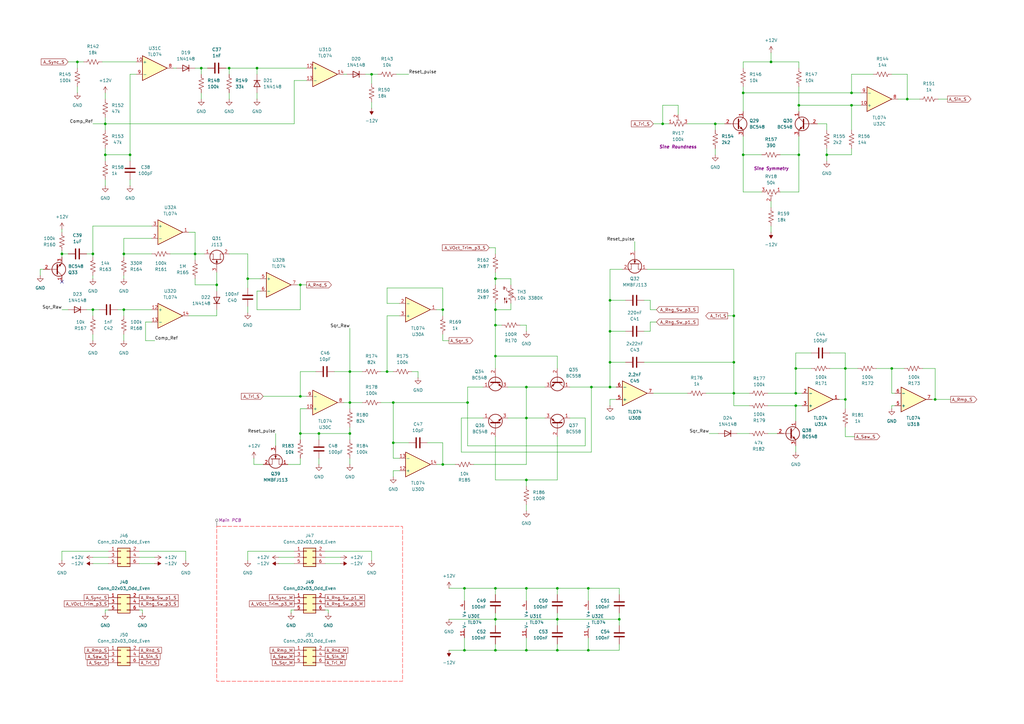
<source format=kicad_sch>
(kicad_sch (version 20250114) (generator "eeschema") (generator_version "9.0")
  (paper "A3")
  (title_block (company "DMH Instruments") (comment 1 "PCB for 10cm Kosmo format synthesizer module"))
  (junction (at 339.09 63.5))
  (junction (at 215.9 196.85))
  (junction (at 181.61 190.5))
  (junction (at 50.8 127))
  (junction (at 50.8 104.14))
  (junction (at 203.2 254))
  (junction (at 365.76 151.13))
  (junction (at 242.57 158.75))
  (junction (at 191.77 165.1))
  (junction (at 152.4 30.48))
  (junction (at 82.55 27.94))
  (junction (at 203.2 266.7))
  (junction (at 31.75 25.4))
  (junction (at 346.71 151.13))
  (junction (at 250.19 135.89))
  (junction (at 80.01 104.14))
  (junction (at 93.98 27.94))
  (junction (at 349.25 38.1))
  (junction (at 316.23 25.4))
  (junction (at 203.2 146.05))
  (junction (at 161.29 181.61))
  (junction (at 327.66 63.5))
  (junction (at 105.41 27.94))
  (junction (at 38.1 104.14))
  (junction (at 158.75 152.4))
  (junction (at 143.51 165.1))
  (junction (at 300.99 148.59))
  (junction (at 250.19 158.75))
  (junction (at 326.39 151.13))
  (junction (at 53.34 63.5))
  (junction (at 346.71 163.83))
  (junction (at 101.6 114.3))
  (junction (at 228.6 266.7))
  (junction (at 123.19 162.56))
  (junction (at 383.54 163.83))
  (junction (at 161.29 165.1))
  (junction (at 123.19 116.84))
  (junction (at 250.19 148.59))
  (junction (at 372.11 40.64))
  (junction (at 215.9 241.3))
  (junction (at 25.4 104.14))
  (junction (at 250.19 123.19))
  (junction (at 130.81 177.8))
  (junction (at 43.18 50.8))
  (junction (at 143.51 152.4))
  (junction (at 327.66 43.18))
  (junction (at 228.6 254))
  (junction (at 88.9 116.84))
  (junction (at 123.19 177.8))
  (junction (at 143.51 177.8))
  (junction (at 326.39 166.37))
  (junction (at 228.6 241.3))
  (junction (at 190.5 241.3))
  (junction (at 300.99 161.29))
  (junction (at 271.78 50.8))
  (junction (at 241.3 266.7))
  (junction (at 304.8 38.1))
  (junction (at 326.39 161.29))
  (junction (at 300.99 129.54))
  (junction (at 181.61 127))
  (junction (at 203.2 133.35))
  (junction (at 215.9 158.75))
  (junction (at 349.25 43.18))
  (junction (at 241.3 241.3))
  (junction (at 254 254))
  (junction (at 293.37 50.8))
  (junction (at 203.2 241.3))
  (junction (at 304.8 63.5))
  (junction (at 203.2 127))
  (junction (at 215.9 266.7))
  (junction (at 38.1 127))
  (junction (at 190.5 266.7))
  (junction (at 43.18 63.5))
  (junction (at 203.2 114.3))
  (junction (at 215.9 171.45))
  (no_connect (at 25.4 115.57))
  (wire (pts (xy 320.04 78.74) (xy 327.66 78.74)))
  (wire (pts (xy 130.81 177.8) (xy 130.81 180.34)))
  (wire (pts (xy 349.25 63.5) (xy 339.09 63.5)))
  (wire (pts (xy 181.61 118.11) (xy 181.61 127)))
  (wire (pts (xy 53.34 30.48) (xy 55.88 30.48)))
  (wire (pts (xy 200.66 101.6) (xy 203.2 101.6)))
  (wire (pts (xy 59.69 132.08) (xy 62.23 132.08)))
  (wire (pts (xy 228.6 254) (xy 228.6 256.54)))
  (wire (pts (xy 233.68 158.75) (xy 242.57 158.75)))
  (wire (pts (xy 77.47 95.25) (xy 80.01 95.25)))
  (wire (pts (xy 215.9 241.3) (xy 228.6 241.3)))
  (wire (pts (xy 346.71 144.78) (xy 346.71 151.13)))
  (wire (pts (xy 190.5 261.62) (xy 190.5 266.7)))
  (wire (pts (xy 43.18 38.1) (xy 43.18 40.64)))
  (wire (pts (xy 335.28 50.8) (xy 339.09 50.8)))
  (wire (pts (xy 123.19 127) (xy 123.19 116.84)))
  (wire (pts (xy 38.1 113.03) (xy 38.1 114.3)))
  (wire (pts (xy 250.19 135.89) (xy 250.19 148.59)))
  (wire (pts (xy 316.23 25.4) (xy 316.23 21.59)))
  (wire (pts (xy 163.83 193.04) (xy 161.29 193.04)))
  (wire (pts (xy 290.83 177.8) (xy 294.64 177.8)))
  (wire (pts (xy 130.81 177.8) (xy 143.51 177.8)))
  (wire (pts (xy 163.83 187.96) (xy 161.29 187.96)))
  (wire (pts (xy 365.76 151.13) (xy 365.76 161.29)))
  (wire (pts (xy 184.15 139.7) (xy 181.61 139.7)))
  (wire (pts (xy 161.29 181.61) (xy 167.64 181.61)))
  (wire (pts (xy 88.9 129.54) (xy 88.9 127)))
  (wire (pts (xy 123.19 167.64) (xy 125.73 167.64)))
  (wire (pts (xy 372.11 30.48) (xy 372.11 40.64)))
  (wire (pts (xy 123.19 177.8) (xy 130.81 177.8)))
  (wire (pts (xy 339.09 63.5) (xy 339.09 66.04)))
  (wire (pts (xy 359.41 151.13) (xy 365.76 151.13)))
  (wire (pts (xy 31.75 25.4) (xy 34.29 25.4)))
  (wire (pts (xy 105.41 30.48) (xy 105.41 27.94)))
  (wire (pts (xy 181.61 129.54) (xy 181.61 127)))
  (wire (pts (xy 152.4 226.06) (xy 152.4 229.87)))
  (wire (pts (xy 304.8 38.1) (xy 349.25 38.1)))
  (wire (pts (xy 304.8 63.5) (xy 312.42 63.5)))
  (wire (pts (xy 213.36 133.35) (xy 215.9 133.35)))
  (wire (pts (xy 205.74 133.35) (xy 203.2 133.35)))
  (wire (pts (xy 293.37 50.8) (xy 297.18 50.8)))
  (wire (pts (xy 191.77 165.1) (xy 191.77 182.88)))
  (wire (pts (xy 152.4 30.48) (xy 152.4 34.29)))
  (wire (pts (xy 314.96 161.29) (xy 326.39 161.29)))
  (wire (pts (xy 43.18 60.96) (xy 43.18 63.5)))
  (wire (pts (xy 143.51 152.4) (xy 143.51 165.1)))
  (wire (pts (xy 44.45 250.19) (xy 43.18 250.19)))
  (wire (pts (xy 228.6 196.85) (xy 228.6 179.07)))
  (wire (pts (xy 281.94 50.8) (xy 293.37 50.8)))
  (wire (pts (xy 264.16 123.19) (xy 266.7 123.19)))
  (wire (pts (xy 184.15 254) (xy 203.2 254)))
  (wire (pts (xy 143.51 175.26) (xy 143.51 177.8)))
  (wire (pts (xy 190.5 241.3) (xy 203.2 241.3)))
  (wire (pts (xy 114.3 228.6) (xy 120.65 228.6)))
  (wire (pts (xy 215.9 196.85) (xy 228.6 196.85)))
  (wire (pts (xy 43.18 48.26) (xy 43.18 50.8)))
  (wire (pts (xy 88.9 116.84) (xy 88.9 119.38)))
  (wire (pts (xy 367.03 166.37) (xy 365.76 166.37)))
  (wire (pts (xy 256.54 123.19) (xy 250.19 123.19)))
  (wire (pts (xy 365.76 166.37) (xy 365.76 167.64)))
  (wire (pts (xy 209.55 116.84) (xy 209.55 114.3)))
  (wire (pts (xy 241.3 246.38) (xy 241.3 241.3)))
  (wire (pts (xy 265.43 110.49) (xy 300.99 110.49)))
  (wire (pts (xy 38.1 137.16) (xy 38.1 139.7)))
  (wire (pts (xy 250.19 148.59) (xy 250.19 158.75)))
  (wire (pts (xy 143.51 177.8) (xy 143.51 180.34)))
  (wire (pts (xy 215.9 196.85) (xy 215.9 199.39)))
  (wire (pts (xy 121.92 116.84) (xy 123.19 116.84)))
  (wire (pts (xy 101.6 114.3) (xy 106.68 114.3)))
  (wire (pts (xy 215.9 190.5) (xy 215.9 171.45)))
  (wire (pts (xy 372.11 40.64) (xy 368.3 40.64)))
  (wire (pts (xy 266.7 127) (xy 266.7 123.19)))
  (wire (pts (xy 50.8 104.14) (xy 62.23 104.14)))
  (wire (pts (xy 240.03 171.45) (xy 233.68 171.45)))
  (wire (pts (xy 38.1 92.71) (xy 62.23 92.71)))
  (wire (pts (xy 35.56 104.14) (xy 38.1 104.14)))
  (wire (pts (xy 25.4 104.14) (xy 27.94 104.14)))
  (wire (pts (xy 50.8 127) (xy 50.8 129.54)))
  (wire (pts (xy 62.23 97.79) (xy 50.8 97.79)))
  (wire (pts (xy 256.54 148.59) (xy 250.19 148.59)))
  (wire (pts (xy 43.18 63.5) (xy 53.34 63.5)))
  (wire (pts (xy 203.2 264.16) (xy 203.2 266.7)))
  (wire (pts (xy 241.3 241.3) (xy 254 241.3)))
  (wire (pts (xy 203.2 114.3) (xy 209.55 114.3)))
  (wire (pts (xy 80.01 104.14) (xy 80.01 106.68)))
  (wire (pts (xy 158.75 129.54) (xy 158.75 152.4)))
  (wire (pts (xy 198.12 171.45) (xy 189.23 171.45)))
  (wire (pts (xy 339.09 50.8) (xy 339.09 53.34)))
  (wire (pts (xy 241.3 266.7) (xy 254 266.7)))
  (wire (pts (xy 123.19 177.8) (xy 123.19 180.34)))
  (wire (pts (xy 80.01 116.84) (xy 80.01 114.3)))
  (wire (pts (xy 158.75 124.46) (xy 158.75 118.11)))
  (wire (pts (xy 383.54 163.83) (xy 382.27 163.83)))
  (wire (pts (xy 113.03 177.8) (xy 113.03 182.88)))
  (wire (pts (xy 327.66 43.18) (xy 327.66 45.72)))
  (wire (pts (xy 143.51 134.62) (xy 143.51 152.4)))
  (wire (pts (xy 256.54 135.89) (xy 250.19 135.89)))
  (wire (pts (xy 228.6 251.46) (xy 228.6 254)))
  (wire (pts (xy 107.95 162.56) (xy 123.19 162.56)))
  (wire (pts (xy 203.2 146.05) (xy 203.2 151.13)))
  (wire (pts (xy 101.6 114.3) (xy 101.6 118.11)))
  (wire (pts (xy 242.57 185.42) (xy 242.57 158.75)))
  (wire (pts (xy 123.19 190.5) (xy 123.19 187.96)))
  (wire (pts (xy 326.39 166.37) (xy 326.39 172.72)))
  (wire (pts (xy 80.01 95.25) (xy 80.01 104.14)))
  (wire (pts (xy 241.3 261.62) (xy 241.3 266.7)))
  (wire (pts (xy 228.6 241.3) (xy 228.6 243.84)))
  (wire (pts (xy 129.54 152.4) (xy 123.19 152.4)))
  (wire (pts (xy 50.8 137.16) (xy 50.8 139.7)))
  (wire (pts (xy 304.8 35.56) (xy 304.8 38.1)))
  (wire (pts (xy 250.19 123.19) (xy 250.19 135.89)))
  (wire (pts (xy 38.1 104.14) (xy 38.1 105.41)))
  (wire (pts (xy 161.29 165.1) (xy 191.77 165.1)))
  (wire (pts (xy 304.8 27.94) (xy 304.8 25.4)))
  (wire (pts (xy 152.4 41.91) (xy 152.4 44.45)))
  (wire (pts (xy 203.2 114.3) (xy 203.2 116.84)))
  (wire (pts (xy 203.2 254) (xy 228.6 254)))
  (wire (pts (xy 101.6 104.14) (xy 101.6 114.3)))
  (wire (pts (xy 326.39 182.88) (xy 326.39 185.42)))
  (wire (pts (xy 123.19 167.64) (xy 123.19 177.8)))
  (wire (pts (xy 31.75 35.56) (xy 31.75 38.1)))
  (wire (pts (xy 125.73 33.02) (xy 120.65 33.02)))
  (wire (pts (xy 304.8 25.4) (xy 316.23 25.4)))
  (wire (pts (xy 181.61 190.5) (xy 181.61 181.61)))
  (wire (pts (xy 203.2 251.46) (xy 203.2 254)))
  (wire (pts (xy 300.99 148.59) (xy 300.99 161.29)))
  (wire (pts (xy 240.03 182.88) (xy 240.03 171.45)))
  (wire (pts (xy 43.18 50.8) (xy 120.65 50.8)))
  (wire (pts (xy 101.6 104.14) (xy 93.98 104.14)))
  (wire (pts (xy 59.69 139.7) (xy 63.5 139.7)))
  (wire (pts (xy 53.34 73.66) (xy 53.34 76.2)))
  (wire (pts (xy 191.77 182.88) (xy 240.03 182.88)))
  (wire (pts (xy 271.78 43.18) (xy 271.78 50.8)))
  (wire (pts (xy 162.56 30.48) (xy 167.64 30.48)))
  (wire (pts (xy 278.13 43.18) (xy 271.78 43.18)))
  (wire (pts (xy 266.7 127) (xy 269.24 127)))
  (wire (pts (xy 260.35 99.06) (xy 260.35 102.87)))
  (wire (pts (xy 179.07 190.5) (xy 181.61 190.5)))
  (wire (pts (xy 119.38 250.19) (xy 119.38 251.46)))
  (wire (pts (xy 82.55 38.1) (xy 82.55 40.64)))
  (wire (pts (xy 215.9 246.38) (xy 215.9 241.3)))
  (wire (pts (xy 316.23 82.55) (xy 316.23 85.09)))
  (wire (pts (xy 304.8 55.88) (xy 304.8 63.5)))
  (wire (pts (xy 215.9 158.75) (xy 223.52 158.75)))
  (wire (pts (xy 76.2 226.06) (xy 57.15 226.06)))
  (wire (pts (xy 215.9 241.3) (xy 203.2 241.3)))
  (wire (pts (xy 340.36 151.13) (xy 346.71 151.13)))
  (wire (pts (xy 189.23 171.45) (xy 189.23 185.42)))
  (wire (pts (xy 203.2 133.35) (xy 203.2 146.05)))
  (wire (pts (xy 93.98 27.94) (xy 93.98 30.48)))
  (wire (pts (xy 203.2 127) (xy 209.55 127)))
  (wire (pts (xy 43.18 73.66) (xy 43.18 76.2)))
  (wire (pts (xy 215.9 266.7) (xy 203.2 266.7)))
  (wire (pts (xy 101.6 125.73) (xy 101.6 128.27)))
  (wire (pts (xy 76.2 229.87) (xy 76.2 226.06)))
  (wire (pts (xy 143.51 187.96) (xy 143.51 190.5)))
  (wire (pts (xy 50.8 97.79) (xy 50.8 104.14)))
  (wire (pts (xy 93.98 27.94) (xy 105.41 27.94)))
  (wire (pts (xy 105.41 127) (xy 123.19 127)))
  (wire (pts (xy 123.19 152.4) (xy 123.19 162.56)))
  (wire (pts (xy 140.97 30.48) (xy 142.24 30.48)))
  (wire (pts (xy 50.8 113.03) (xy 50.8 114.3)))
  (wire (pts (xy 190.5 266.7) (xy 203.2 266.7)))
  (wire (pts (xy 254 251.46) (xy 254 254)))
  (wire (pts (xy 156.21 165.1) (xy 161.29 165.1)))
  (wire (pts (xy 346.71 163.83) (xy 344.17 163.83)))
  (wire (pts (xy 358.14 30.48) (xy 349.25 30.48)))
  (wire (pts (xy 184.15 241.3) (xy 190.5 241.3)))
  (wire (pts (xy 228.6 146.05) (xy 228.6 151.13)))
  (wire (pts (xy 326.39 144.78) (xy 326.39 151.13)))
  (wire (pts (xy 118.11 190.5) (xy 123.19 190.5)))
  (wire (pts (xy 92.71 27.94) (xy 93.98 27.94)))
  (wire (pts (xy 326.39 166.37) (xy 328.93 166.37)))
  (wire (pts (xy 255.27 110.49) (xy 250.19 110.49)))
  (wire (pts (xy 158.75 118.11) (xy 181.61 118.11)))
  (wire (pts (xy 41.91 25.4) (xy 55.88 25.4)))
  (wire (pts (xy 134.62 251.46) (xy 134.62 250.19)))
  (wire (pts (xy 372.11 40.64) (xy 377.19 40.64)))
  (wire (pts (xy 143.51 152.4) (xy 137.16 152.4)))
  (wire (pts (xy 105.41 38.1) (xy 105.41 40.64)))
  (wire (pts (xy 27.94 25.4) (xy 31.75 25.4)))
  (wire (pts (xy 370.84 151.13) (xy 365.76 151.13)))
  (wire (pts (xy 314.96 177.8) (xy 318.77 177.8)))
  (wire (pts (xy 346.71 179.07) (xy 346.71 175.26)))
  (wire (pts (xy 161.29 165.1) (xy 161.29 181.61)))
  (wire (pts (xy 203.2 196.85) (xy 215.9 196.85)))
  (wire (pts (xy 365.76 30.48) (xy 372.11 30.48)))
  (wire (pts (xy 228.6 264.16) (xy 228.6 266.7)))
  (wire (pts (xy 105.41 119.38) (xy 105.41 127)))
  (wire (pts (xy 161.29 193.04) (xy 161.29 195.58)))
  (wire (pts (xy 327.66 43.18) (xy 349.25 43.18)))
  (wire (pts (xy 191.77 158.75) (xy 191.77 165.1)))
  (wire (pts (xy 293.37 60.96) (xy 293.37 63.5)))
  (wire (pts (xy 250.19 110.49) (xy 250.19 123.19)))
  (wire (pts (xy 349.25 38.1) (xy 353.06 38.1)))
  (wire (pts (xy 82.55 27.94) (xy 82.55 30.48)))
  (wire (pts (xy 203.2 179.07) (xy 203.2 196.85)))
  (wire (pts (xy 316.23 92.71) (xy 316.23 95.25)))
  (wire (pts (xy 215.9 261.62) (xy 215.9 266.7)))
  (wire (pts (xy 340.36 144.78) (xy 346.71 144.78)))
  (wire (pts (xy 133.35 228.6) (xy 139.7 228.6)))
  (wire (pts (xy 149.86 30.48) (xy 152.4 30.48)))
  (wire (pts (xy 101.6 229.87) (xy 101.6 226.06)))
  (wire (pts (xy 158.75 129.54) (xy 163.83 129.54)))
  (wire (pts (xy 349.25 43.18) (xy 349.25 53.34)))
  (wire (pts (xy 203.2 146.05) (xy 228.6 146.05)))
  (wire (pts (xy 38.1 231.14) (xy 44.45 231.14)))
  (wire (pts (xy 266.7 132.08) (xy 266.7 135.89)))
  (wire (pts (xy 143.51 165.1) (xy 148.59 165.1)))
  (wire (pts (xy 179.07 127) (xy 181.61 127)))
  (wire (pts (xy 57.15 231.14) (xy 63.5 231.14)))
  (wire (pts (xy 215.9 207.01) (xy 215.9 209.55)))
  (wire (pts (xy 25.4 102.87) (xy 25.4 104.14)))
  (wire (pts (xy 82.55 27.94) (xy 85.09 27.94)))
  (wire (pts (xy 349.25 30.48) (xy 349.25 38.1)))
  (wire (pts (xy 184.15 266.7) (xy 190.5 266.7)))
  (wire (pts (xy 25.4 226.06) (xy 44.45 226.06)))
  (wire (pts (xy 25.4 93.98) (xy 25.4 95.25)))
  (wire (pts (xy 88.9 111.76) (xy 88.9 116.84)))
  (wire (pts (xy 43.18 50.8) (xy 43.18 53.34)))
  (wire (pts (xy 181.61 181.61) (xy 175.26 181.61)))
  (wire (pts (xy 383.54 151.13) (xy 383.54 163.83)))
  (wire (pts (xy 250.19 158.75) (xy 252.73 158.75)))
  (wire (pts (xy 38.1 127) (xy 40.64 127)))
  (wire (pts (xy 43.18 250.19) (xy 43.18 251.46)))
  (wire (pts (xy 278.13 46.99) (xy 278.13 43.18)))
  (wire (pts (xy 156.21 152.4) (xy 158.75 152.4)))
  (wire (pts (xy 106.68 119.38) (xy 105.41 119.38)))
  (wire (pts (xy 161.29 187.96) (xy 161.29 181.61)))
  (wire (pts (xy 123.19 116.84) (xy 125.73 116.84)))
  (wire (pts (xy 327.66 35.56) (xy 327.66 43.18)))
  (wire (pts (xy 77.47 129.54) (xy 88.9 129.54)))
  (wire (pts (xy 339.09 60.96) (xy 339.09 63.5)))
  (wire (pts (xy 346.71 151.13) (xy 351.79 151.13)))
  (wire (pts (xy 254 264.16) (xy 254 266.7)))
  (wire (pts (xy 252.73 163.83) (xy 250.19 163.83)))
  (wire (pts (xy 293.37 50.8) (xy 293.37 53.34)))
  (wire (pts (xy 208.28 171.45) (xy 215.9 171.45)))
  (wire (pts (xy 267.97 50.8) (xy 271.78 50.8)))
  (wire (pts (xy 80.01 27.94) (xy 82.55 27.94)))
  (wire (pts (xy 203.2 127) (xy 203.2 133.35)))
  (wire (pts (xy 326.39 151.13) (xy 326.39 161.29)))
  (wire (pts (xy 16.51 110.49) (xy 16.51 113.03)))
  (wire (pts (xy 203.2 241.3) (xy 203.2 243.84)))
  (wire (pts (xy 53.34 63.5) (xy 53.34 66.04)))
  (wire (pts (xy 38.1 228.6) (xy 44.45 228.6)))
  (wire (pts (xy 215.9 133.35) (xy 215.9 135.89)))
  (wire (pts (xy 50.8 104.14) (xy 50.8 105.41)))
  (wire (pts (xy 264.16 135.89) (xy 266.7 135.89)))
  (wire (pts (xy 50.8 127) (xy 62.23 127)))
  (wire (pts (xy 25.4 104.14) (xy 25.4 105.41)))
  (wire (pts (xy 38.1 92.71) (xy 38.1 104.14)))
  (wire (pts (xy 346.71 167.64) (xy 346.71 163.83)))
  (wire (pts (xy 203.2 101.6) (xy 203.2 104.14)))
  (wire (pts (xy 203.2 124.46) (xy 203.2 127)))
  (wire (pts (xy 327.66 63.5) (xy 327.66 78.74)))
  (wire (pts (xy 181.61 190.5) (xy 186.69 190.5)))
  (wire (pts (xy 289.56 161.29) (xy 300.99 161.29)))
  (wire (pts (xy 57.15 228.6) (xy 63.5 228.6)))
  (wire (pts (xy 215.9 266.7) (xy 228.6 266.7)))
  (wire (pts (xy 143.51 165.1) (xy 143.51 167.64)))
  (wire (pts (xy 69.85 104.14) (xy 80.01 104.14)))
  (wire (pts (xy 120.65 33.02) (xy 120.65 50.8)))
  (wire (pts (xy 16.51 110.49) (xy 17.78 110.49)))
  (wire (pts (xy 104.14 190.5) (xy 104.14 187.96)))
  (wire (pts (xy 48.26 127) (xy 50.8 127)))
  (wire (pts (xy 25.4 229.87) (xy 25.4 226.06)))
  (wire (pts (xy 302.26 177.8) (xy 307.34 177.8)))
  (wire (pts (xy 163.83 124.46) (xy 158.75 124.46)))
  (wire (pts (xy 332.74 151.13) (xy 326.39 151.13)))
  (wire (pts (xy 57.15 250.19) (xy 58.42 250.19)))
  (wire (pts (xy 133.35 231.14) (xy 139.7 231.14)))
  (wire (pts (xy 43.18 63.5) (xy 43.18 66.04)))
  (wire (pts (xy 264.16 148.59) (xy 300.99 148.59)))
  (wire (pts (xy 327.66 63.5) (xy 327.66 55.88)))
  (wire (pts (xy 190.5 241.3) (xy 190.5 246.38)))
  (wire (pts (xy 198.12 158.75) (xy 191.77 158.75)))
  (wire (pts (xy 59.69 132.08) (xy 59.69 139.7)))
  (wire (pts (xy 312.42 78.74) (xy 304.8 78.74)))
  (wire (pts (xy 25.4 127) (xy 27.94 127)))
  (wire (pts (xy 148.59 152.4) (xy 143.51 152.4)))
  (wire (pts (xy 266.7 132.08) (xy 269.24 132.08)))
  (wire (pts (xy 71.12 27.94) (xy 72.39 27.94)))
  (wire (pts (xy 189.23 185.42) (xy 242.57 185.42)))
  (wire (pts (xy 228.6 266.7) (xy 241.3 266.7)))
  (wire (pts (xy 300.99 110.49) (xy 300.99 129.54)))
  (wire (pts (xy 228.6 241.3) (xy 241.3 241.3)))
  (wire (pts (xy 38.1 50.8) (xy 43.18 50.8)))
  (wire (pts (xy 209.55 124.46) (xy 209.55 127)))
  (wire (pts (xy 134.62 250.19) (xy 133.35 250.19)))
  (wire (pts (xy 168.91 152.4) (xy 171.45 152.4)))
  (wire (pts (xy 38.1 127) (xy 38.1 129.54)))
  (wire (pts (xy 203.2 111.76) (xy 203.2 114.3)))
  (wire (pts (xy 228.6 254) (xy 254 254)))
  (wire (pts (xy 80.01 116.84) (xy 88.9 116.84)))
  (wire (pts (xy 120.65 250.19) (xy 119.38 250.19)))
  (wire (pts (xy 215.9 171.45) (xy 223.52 171.45)))
  (wire (pts (xy 304.8 38.1) (xy 304.8 45.72)))
  (wire (pts (xy 107.95 190.5) (xy 104.14 190.5)))
  (wire (pts (xy 254 241.3) (xy 254 243.84)))
  (wire (pts (xy 93.98 38.1) (xy 93.98 40.64)))
  (wire (pts (xy 31.75 25.4) (xy 31.75 27.94)))
  (wire (pts (xy 271.78 50.8) (xy 274.32 50.8)))
  (wire (pts (xy 383.54 163.83) (xy 389.89 163.83)))
  (wire (pts (xy 194.31 190.5) (xy 215.9 190.5)))
  (wire (pts (xy 327.66 27.94) (xy 327.66 25.4)))
  (wire (pts (xy 365.76 161.29) (xy 367.03 161.29)))
  (wire (pts (xy 349.25 60.96) (xy 349.25 63.5)))
  (wire (pts (xy 300.99 166.37) (xy 300.99 161.29)))
  (wire (pts (xy 298.45 129.54) (xy 300.99 129.54)))
  (wire (pts (xy 114.3 231.14) (xy 120.65 231.14)))
  (wire (pts (xy 378.46 151.13) (xy 383.54 151.13)))
  (wire (pts (xy 203.2 254) (xy 203.2 256.54)))
  (wire (pts (xy 133.35 226.06) (xy 152.4 226.06)))
  (wire (pts (xy 300.99 161.29) (xy 307.34 161.29)))
  (wire (pts (xy 300.99 129.54) (xy 300.99 148.59)))
  (wire (pts (xy 35.56 127) (xy 38.1 127)))
  (wire (pts (xy 250.19 163.83) (xy 250.19 166.37)))
  (wire (pts (xy 158.75 152.4) (xy 161.29 152.4)))
  (wire (pts (xy 140.97 165.1) (xy 143.51 165.1)))
  (wire (pts (xy 327.66 25.4) (xy 316.23 25.4)))
  (wire (pts (xy 349.25 43.18) (xy 353.06 43.18)))
  (wire (pts (xy 58.42 250.19) (xy 58.42 251.46)))
  (wire (pts (xy 215.9 158.75) (xy 215.9 171.45)))
  (wire (pts (xy 346.71 179.07) (xy 350.52 179.07)))
  (wire (pts (xy 307.34 166.37) (xy 300.99 166.37)))
  (wire (pts (xy 80.01 104.14) (xy 83.82 104.14)))
  (wire (pts (xy 346.71 151.13) (xy 346.71 163.83)))
  (wire (pts (xy 181.61 139.7) (xy 181.61 137.16)))
  (wire (pts (xy 130.81 187.96) (xy 130.81 190.5)))
  (wire (pts (xy 105.41 27.94) (xy 125.73 27.94)))
  (wire (pts (xy 101.6 226.06) (xy 120.65 226.06)))
  (wire (pts (xy 320.04 63.5) (xy 327.66 63.5)))
  (wire (pts (xy 208.28 158.75) (xy 215.9 158.75)))
  (wire (pts (xy 314.96 166.37) (xy 326.39 166.37)))
  (wire (pts (xy 304.8 78.74) (xy 304.8 63.5)))
  (wire (pts (xy 123.19 162.56) (xy 125.73 162.56)))
  (wire (pts (xy 53.34 30.48) (xy 53.34 63.5)))
  (wire (pts (xy 326.39 161.29) (xy 328.93 161.29)))
  (wire (pts (xy 254 254) (xy 254 256.54)))
  (wire (pts (xy 152.4 30.48) (xy 154.94 30.48)))
  (wire (pts (xy 384.81 40.64) (xy 388.62 40.64)))
  (wire (pts (xy 267.97 161.29) (xy 281.94 161.29)))
  (wire (pts (xy 242.57 158.75) (xy 250.19 158.75)))
  (wire (pts (xy 332.74 144.78) (xy 326.39 144.78)))
  (wire (pts (xy 171.45 152.4) (xy 171.45 154.94)))
  (label "Reset_pulse" (at 260.35 99.06 180))
  (label "Sqr_Raw" (at 143.51 134.62 180))
  (label "Sqr_Raw" (at 25.4 127 180))
  (label "Reset_pulse" (at 113.03 177.8 180))
  (label "Reset_pulse" (at 167.64 30.48 0))
  (label "Comp_Ref" (at 38.1 50.8 180))
  (label "Sqr_Raw" (at 290.83 177.8 180))
  (label "Comp_Ref" (at 63.5 139.7 0))
  (global_label "A_Tri_S" (shape input) (at 267.97 50.8 180) (property "Intersheetrefs" "${INTERSHEET_REFS}" (effects (hide yes))))
  (global_label "A_Rng_Sw_p3_S" (shape passive) (at 57.15 247.65 0) (property "Intersheetrefs" "${INTERSHEET_REFS}" (effects (hide yes))))
  (global_label "A_Rng_Sw_p3_S" (shape input) (at 269.24 127 0) (property "Intersheetrefs" "${INTERSHEET_REFS}" (effects (hide yes))))
  (global_label "A_Tri_S" (shape input) (at 107.95 162.56 180) (property "Intersheetrefs" "${INTERSHEET_REFS}" (effects (hide yes))))
  (global_label "A_Sqr_M" (shape passive) (at 120.65 271.78 180) (property "Intersheetrefs" "${INTERSHEET_REFS}" (effects (hide yes))))
  (global_label "A_VOct_Trim_p3_M" (shape passive) (at 120.65 247.65 180) (property "Intersheetrefs" "${INTERSHEET_REFS}" (effects (hide yes))))
  (global_label "A_VOct_Trim_p3_S" (shape passive) (at 44.45 247.65 180) (property "Intersheetrefs" "${INTERSHEET_REFS}" (effects (hide yes))))
  (global_label "A_Saw_S" (shape output) (at 350.52 179.07 0) (property "Intersheetrefs" "${INTERSHEET_REFS}" (effects (hide yes))))
  (global_label "A_Rng_Sw_p1_S" (shape passive) (at 57.15 245.11 0) (property "Intersheetrefs" "${INTERSHEET_REFS}" (effects (hide yes))))
  (global_label "A_Rnd_S" (shape output) (at 125.73 116.84 0) (property "Intersheetrefs" "${INTERSHEET_REFS}" (effects (hide yes))))
  (global_label "A_Sync_M" (shape passive) (at 120.65 245.11 180) (property "Intersheetrefs" "${INTERSHEET_REFS}" (effects (hide yes))))
  (global_label "A_Sin_M" (shape passive) (at 133.35 269.24 0) (property "Intersheetrefs" "${INTERSHEET_REFS}" (effects (hide yes))))
  (global_label "A_Sin_S" (shape output) (at 388.62 40.64 0) (property "Intersheetrefs" "${INTERSHEET_REFS}" (effects (hide yes))))
  (global_label "A_Sync_S" (shape input) (at 27.94 25.4 180) (property "Intersheetrefs" "${INTERSHEET_REFS}" (effects (hide yes))))
  (global_label "A_Tri_S" (shape output) (at 298.45 129.54 180) (property "Intersheetrefs" "${INTERSHEET_REFS}" (effects (hide yes))))
  (global_label "A_VOct_Trim_p3_S" (shape input) (at 200.66 101.6 180) (property "Intersheetrefs" "${INTERSHEET_REFS}" (effects (hide yes))))
  (global_label "A_Sync_S" (shape passive) (at 44.45 245.11 180) (property "Intersheetrefs" "${INTERSHEET_REFS}" (effects (hide yes))))
  (global_label "A_Sqr_S" (shape passive) (at 44.45 271.78 180) (property "Intersheetrefs" "${INTERSHEET_REFS}" (effects (hide yes))))
  (global_label "A_Rng_Sw_p3_M" (shape passive) (at 133.35 247.65 0) (property "Intersheetrefs" "${INTERSHEET_REFS}" (effects (hide yes))))
  (global_label "A_Rmp_S" (shape passive) (at 44.45 266.7 180) (property "Intersheetrefs" "${INTERSHEET_REFS}" (effects (hide yes))))
  (global_label "A_Saw_M" (shape passive) (at 120.65 269.24 180) (property "Intersheetrefs" "${INTERSHEET_REFS}" (effects (hide yes))))
  (global_label "A_Tri_M" (shape passive) (at 133.35 271.78 0) (property "Intersheetrefs" "${INTERSHEET_REFS}" (effects (hide yes))))
  (global_label "A_Rng_Sw_p1_M" (shape passive) (at 133.35 245.11 0) (property "Intersheetrefs" "${INTERSHEET_REFS}" (effects (hide yes))))
  (global_label "A_Rnd_S" (shape passive) (at 57.15 266.7 0) (property "Intersheetrefs" "${INTERSHEET_REFS}" (effects (hide yes))))
  (global_label "A_Rnd_M" (shape passive) (at 133.35 266.7 0) (property "Intersheetrefs" "${INTERSHEET_REFS}" (effects (hide yes))))
  (global_label "A_Rmp_S" (shape output) (at 389.89 163.83 0) (property "Intersheetrefs" "${INTERSHEET_REFS}" (effects (hide yes))))
  (global_label "A_Tri_S" (shape passive) (at 57.15 271.78 0) (property "Intersheetrefs" "${INTERSHEET_REFS}" (effects (hide yes))))
  (global_label "A_Sqr_S" (shape output) (at 184.15 139.7 0) (property "Intersheetrefs" "${INTERSHEET_REFS}" (effects (hide yes))))
  (global_label "A_Rmp_M" (shape passive) (at 120.65 266.7 180) (property "Intersheetrefs" "${INTERSHEET_REFS}" (effects (hide yes))))
  (global_label "A_Sin_S" (shape passive) (at 57.15 269.24 0) (property "Intersheetrefs" "${INTERSHEET_REFS}" (effects (hide yes))))
  (global_label "A_Saw_S" (shape passive) (at 44.45 269.24 180) (property "Intersheetrefs" "${INTERSHEET_REFS}" (effects (hide yes))))
  (global_label "A_Rng_Sw_p1_S" (shape input) (at 269.24 132.08 0) (property "Intersheetrefs" "${INTERSHEET_REFS}" (effects (hide yes))))
  (rule_area (polyline (pts (xy 88.9 215.9) (xy 165.1 215.9) (xy 165.1 279.4) (xy 88.9 279.4)) (stroke (width 0) (type dash))))
  (netclass_flag "" (length 2.54) (shape round) (at 88.9 215.9 0) (property "Component Class" "Main PCB" (at 89.5985 213.36 0) (effects (font (italic yes)) (justify left))))
  (symbol (lib_id "Connector_Generic:Conn_02x03_Odd_Even") (at 49.53 228.6 0) (unit 1)
    (property "Reference" "J34" (at 50.8 219.71 0))
    (property "Value" "Conn_02x03_Odd_Even" (at 50.8 222.25 0))
    (property "Footprint" "Connector_PinHeader_2.54mm:PinHeader_2x03_P2.54mm_Horizontal" (effects (hide yes)))
    (property "Description" "Generic connector, double row, 02x03, odd/even pin numbering scheme (row 1 odd numbers, row 2 even numbers), script generated (kicad-library-utils/schlib/autogen/connector/)" (effects (hide yes)))
    (instances (project "DMH_VCLFO_v2_PCB_Main" (path "" (reference "J46") (unit 1)) (path "" (reference "J40") (unit 1)) (path "" (reference "J34") (unit 1))))
  )
  (symbol (lib_id "Amplifier_Operational:TL074") (at 243.84 254 0) (unit 5)
    (property "Reference" "U12" (at 242.57 252.7299 0) (effects (justify left)))
    (property "Value" "TL074" (at 242.57 255.2699 0) (effects (justify left)))
    (property "Footprint" "Package_DIP:DIP-14_W7.62mm_Socket" (effects (hide yes)))
    (property "Datasheet" "http://www.ti.com/lit/ds/symlink/tl071.pdf" (effects (hide yes)))
    (property "Description" "Quad Low-Noise JFET-Input Operational Amplifiers, DIP-14/SOIC-14" (effects (hide yes)))
    (instances (project "DMH_VCLFO_v2_PCB_Main" (path "" (reference "U32") (unit 5)) (path "" (reference "U22") (unit 5)) (path "" (reference "U12") (unit 5))))
  )
  (symbol (lib_id "power:+12V") (at 38.1 228.6 90) (unit 1)
    (property "Reference" "#PWR084" (effects (hide yes)))
    (property "Value" "+12V" (at 34.29 228.5999 90) (effects (justify left)))
    (property "Description" "Power symbol creates a global label with name \"+12V\"" (effects (hide yes)))
    (instances (project "DMH_VCLFO_v2_PCB_Main" (path "" (reference "#PWR0180") (unit 1)) (path "" (reference "#PWR0132") (unit 1)) (path "" (reference "#PWR084") (unit 1))))
  )
  (symbol (lib_id "Amplifier_Operational:TL074") (at 336.55 163.83 0) (mirror x) (unit 1)
    (property "Reference" "U11" (at 336.55 173.99 0))
    (property "Value" "TL074" (at 336.55 171.45 0))
    (property "Footprint" "Package_DIP:DIP-14_W7.62mm_Socket" (effects (hide yes)))
    (property "Datasheet" "http://www.ti.com/lit/ds/symlink/tl071.pdf" (effects (hide yes)))
    (property "Description" "Quad Low-Noise JFET-Input Operational Amplifiers, DIP-14/SOIC-14" (effects (hide yes)))
    (instances (project "DMH_VCLFO_v2_PCB_Main" (path "" (reference "U31") (unit 1)) (path "" (reference "U21") (unit 1)) (path "" (reference "U11") (unit 1))))
  )
  (symbol (lib_id "power:GND") (at 339.09 66.04 0) (unit 1)
    (property "Reference" "#PWR063" (effects (hide yes)))
    (property "Value" "GND" (at 339.09 71.12 0))
    (property "Description" "Power symbol creates a global label with name \"GND\" , ground" (effects (hide yes)))
    (instances (project "DMH_VCLFO_v2_PCB_Main" (path "" (reference "#PWR0159") (unit 1)) (path "" (reference "#PWR0111") (unit 1)) (path "" (reference "#PWR063") (unit 1))))
  )
  (symbol (lib_id "power:GND") (at 43.18 251.46 0) (unit 1)
    (property "Reference" "#PWR097" (effects (hide yes)))
    (property "Value" "GND" (at 43.18 256.54 0))
    (property "Description" "Power symbol creates a global label with name \"GND\" , ground" (effects (hide yes)))
    (instances (project "DMH_VCLFO_v2_PCB_Main" (path "" (reference "#PWR0193") (unit 1)) (path "" (reference "#PWR0145") (unit 1)) (path "" (reference "#PWR097") (unit 1))))
  )
  (symbol (lib_id "power:GND") (at 101.6 128.27 0) (unit 1)
    (property "Reference" "#PWR071" (effects (hide yes)))
    (property "Value" "GND" (at 101.6 133.35 0))
    (property "Description" "Power symbol creates a global label with name \"GND\" , ground" (effects (hide yes)))
    (instances (project "DMH_VCLFO_v2_PCB_Main" (path "" (reference "#PWR0167") (unit 1)) (path "" (reference "#PWR0119") (unit 1)) (path "" (reference "#PWR071") (unit 1))))
  )
  (symbol (lib_id "Device:R_US") (at 82.55 34.29 0) (unit 1) (on_board no)
    (property "Reference" "R58" (at 85.09 33.0199 0) (effects (justify left)))
    (property "Value" "100k" (at 85.09 35.5599 0) (effects (justify left)))
    (property "Footprint" "Resistor_THT:R_Axial_DIN0207_L6.3mm_D2.5mm_P7.62mm_Horizontal" (effects (hide yes)))
    (property "Description" "Resistor, US symbol" (effects (hide yes)))
    (instances (project "DMH_VCLFO_v2_PCB_Main" (path "" (reference "R148") (unit 1)) (path "" (reference "R103") (unit 1)) (path "" (reference "R58") (unit 1))))
  )
  (symbol (lib_id "Device:D") (at 88.9 123.19 270) (mirror x) (unit 1)
    (property "Reference" "D10" (at 86.36 121.9199 90) (effects (justify right)))
    (property "Value" "1N4148" (at 86.36 124.4599 90) (effects (justify right)))
    (property "Footprint" "Diode_THT:D_DO-35_SOD27_P7.62mm_Horizontal" (effects (hide yes)))
    (property "Description" "Diode" (effects (hide yes)))
    (property "Sim.Device" "D" (effects (hide yes)))
    (property "Sim.Pins" "1=K 2=A" (effects (hide yes)))
    (instances (project "DMH_VCLFO_v2_PCB_Main" (path "" (reference "D22") (unit 1)) (path "" (reference "D16") (unit 1)) (path "" (reference "D10") (unit 1))))
  )
  (symbol (lib_id "power:-12V") (at 38.1 231.14 90) (unit 1)
    (property "Reference" "#PWR092" (effects (hide yes)))
    (property "Value" "-12V" (at 34.29 231.1399 90) (effects (justify left)))
    (property "Description" "Power symbol creates a global label with name \"-12V\"" (effects (hide yes)))
    (instances (project "DMH_VCLFO_v2_PCB_Main" (path "" (reference "#PWR0188") (unit 1)) (path "" (reference "#PWR0140") (unit 1)) (path "" (reference "#PWR092") (unit 1))))
  )
  (symbol (lib_id "power:GND") (at 50.8 114.3 0) (unit 1)
    (property "Reference" "#PWR070" (effects (hide yes)))
    (property "Value" "GND" (at 50.8 119.38 0))
    (property "Description" "Power symbol creates a global label with name \"GND\" , ground" (effects (hide yes)))
    (instances (project "DMH_VCLFO_v2_PCB_Main" (path "" (reference "#PWR0166") (unit 1)) (path "" (reference "#PWR0118") (unit 1)) (path "" (reference "#PWR070") (unit 1))))
  )
  (symbol (lib_id "Device:R_US") (at 143.51 171.45 0) (unit 1)
    (property "Reference" "R90" (at 146.05 170.1799 0) (effects (justify left)))
    (property "Value" "82k" (at 146.05 172.7199 0) (effects (justify left)))
    (property "Footprint" "Resistor_THT:R_Axial_DIN0207_L6.3mm_D2.5mm_P7.62mm_Horizontal" (effects (hide yes)))
    (property "Description" "Resistor, US symbol" (effects (hide yes)))
    (instances (project "DMH_VCLFO_v2_PCB_Main" (path "" (reference "R180") (unit 1)) (path "" (reference "R135") (unit 1)) (path "" (reference "R90") (unit 1))))
  )
  (symbol (lib_id "power:GND") (at 326.39 185.42 0) (unit 1) (on_board no)
    (property "Reference" "#PWR078" (effects (hide yes)))
    (property "Value" "GND" (at 326.39 190.5 0))
    (property "Description" "Power symbol creates a global label with name \"GND\" , ground" (effects (hide yes)))
    (instances (project "DMH_VCLFO_v2_PCB_Main" (path "" (reference "#PWR0174") (unit 1)) (path "" (reference "#PWR0126") (unit 1)) (path "" (reference "#PWR078") (unit 1))))
  )
  (symbol (lib_id "Amplifier_Operational:TL074") (at 133.35 165.1 0) (mirror x) (unit 3)
    (property "Reference" "U10" (at 133.35 175.26 0))
    (property "Value" "TL074" (at 133.35 172.72 0))
    (property "Footprint" "Package_DIP:DIP-14_W7.62mm_Socket" (effects (hide yes)))
    (property "Datasheet" "http://www.ti.com/lit/ds/symlink/tl071.pdf" (effects (hide yes)))
    (property "Description" "Quad Low-Noise JFET-Input Operational Amplifiers, DIP-14/SOIC-14" (effects (hide yes)))
    (instances (project "DMH_VCLFO_v2_PCB_Main" (path "" (reference "U30") (unit 3)) (path "" (reference "U20") (unit 3)) (path "" (reference "U10") (unit 3))))
  )
  (symbol (lib_id "power:GND") (at 58.42 251.46 0) (unit 1)
    (property "Reference" "#PWR098" (effects (hide yes)))
    (property "Value" "GND" (at 58.42 256.54 0))
    (property "Description" "Power symbol creates a global label with name \"GND\" , ground" (effects (hide yes)))
    (instances (project "DMH_VCLFO_v2_PCB_Main" (path "" (reference "#PWR0194") (unit 1)) (path "" (reference "#PWR0146") (unit 1)) (path "" (reference "#PWR098") (unit 1))))
  )
  (symbol (lib_id "Device:R_US") (at 66.04 104.14 270) (mirror x) (unit 1)
    (property "Reference" "R71" (at 66.04 110.49 90))
    (property "Value" "100k" (at 66.04 107.95 90))
    (property "Footprint" "Resistor_THT:R_Axial_DIN0207_L6.3mm_D2.5mm_P7.62mm_Horizontal" (effects (hide yes)))
    (property "Description" "Resistor, US symbol" (effects (hide yes)))
    (instances (project "DMH_VCLFO_v2_PCB_Main" (path "" (reference "R161") (unit 1)) (path "" (reference "R116") (unit 1)) (path "" (reference "R71") (unit 1))))
  )
  (symbol (lib_id "Device:C") (at 260.35 123.19 90) (mirror x) (unit 1)
    (property "Reference" "C5" (at 260.35 130.81 90))
    (property "Value" "220nF" (at 260.35 128.27 90))
    (property "Footprint" "Capacitor_THT:C_Disc_D4.3mm_W1.9mm_P5.00mm" (effects (hide yes)))
    (property "Description" "Unpolarized capacitor" (effects (hide yes)))
    (instances (project "DMH_VCLFO_v2_PCB_Main" (path "" (reference "C41") (unit 1)) (path "" (reference "C23") (unit 1)) (path "" (reference "C5") (unit 1))))
  )
  (symbol (lib_id "power:GND") (at 161.29 195.58 0) (unit 1)
    (property "Reference" "#PWR082" (effects (hide yes)))
    (property "Value" "GND" (at 161.29 200.66 0))
    (property "Description" "Power symbol creates a global label with name \"GND\" , ground" (effects (hide yes)))
    (instances (project "DMH_VCLFO_v2_PCB_Main" (path "" (reference "#PWR0178") (unit 1)) (path "" (reference "#PWR0130") (unit 1)) (path "" (reference "#PWR082") (unit 1))))
  )
  (symbol (lib_id "Device:R_US") (at 374.65 151.13 90) (mirror x) (unit 1) (on_board no)
    (property "Reference" "R83" (at 374.904 157.226 90))
    (property "Value" "100k" (at 374.904 154.686 90))
    (property "Footprint" "Resistor_THT:R_Axial_DIN0207_L6.3mm_D2.5mm_P7.62mm_Horizontal" (effects (hide yes)))
    (property "Description" "Resistor, US symbol" (effects (hide yes)))
    (instances (project "DMH_VCLFO_v2_PCB_Main" (path "" (reference "R173") (unit 1)) (path "" (reference "R128") (unit 1)) (path "" (reference "R83") (unit 1))))
  )
  (symbol (lib_id "Device:R_US") (at 38.1 25.4 90) (unit 1) (on_board no)
    (property "Reference" "R52" (at 38.1 19.05 90))
    (property "Value" "18k" (at 38.1 21.59 90))
    (property "Footprint" "Resistor_THT:R_Axial_DIN0207_L6.3mm_D2.5mm_P7.62mm_Horizontal" (effects (hide yes)))
    (property "Description" "Resistor, US symbol" (effects (hide yes)))
    (instances (project "DMH_VCLFO_v2_PCB_Main" (path "" (reference "R142") (unit 1)) (path "" (reference "R97") (unit 1)) (path "" (reference "R52") (unit 1))))
  )
  (symbol (lib_id "Device:R_US") (at 311.15 177.8 90) (mirror x) (unit 1) (on_board no)
    (property "Reference" "R92" (at 311.15 184.15 90))
    (property "Value" "47k" (at 311.15 181.61 90))
    (property "Footprint" "Resistor_THT:R_Axial_DIN0207_L6.3mm_D2.5mm_P7.62mm_Horizontal" (effects (hide yes)))
    (property "Description" "Resistor, US symbol" (effects (hide yes)))
    (instances (project "DMH_VCLFO_v2_PCB_Main" (path "" (reference "R182") (unit 1)) (path "" (reference "R137") (unit 1)) (path "" (reference "R92") (unit 1))))
  )
  (symbol (lib_id "power:GND") (at 16.51 113.03 0) (unit 1)
    (property "Reference" "#PWR068" (effects (hide yes)))
    (property "Value" "GND" (at 16.51 118.11 0))
    (property "Description" "Power symbol creates a global label with name \"GND\" , ground" (effects (hide yes)))
    (instances (project "DMH_VCLFO_v2_PCB_Main" (path "" (reference "#PWR0164") (unit 1)) (path "" (reference "#PWR0116") (unit 1)) (path "" (reference "#PWR068") (unit 1))))
  )
  (symbol (lib_id "Device:R_US") (at 203.2 120.65 0) (mirror y) (unit 1)
    (property "Reference" "R76" (at 200.66 119.3799 0) (effects (justify left)))
    (property "Value" "2k87" (at 200.66 121.9199 0) (effects (justify left)))
    (property "Footprint" "Resistor_THT:R_Axial_DIN0207_L6.3mm_D2.5mm_P7.62mm_Horizontal" (effects (hide yes)))
    (property "Description" "Resistor, US symbol" (effects (hide yes)))
    (instances (project "DMH_VCLFO_v2_PCB_Main" (path "" (reference "R166") (unit 1)) (path "" (reference "R121") (unit 1)) (path "" (reference "R76") (unit 1))))
  )
  (symbol (lib_id "Connector_Generic:Conn_02x03_Odd_Even") (at 125.73 269.24 0) (unit 1)
    (property "Reference" "J39" (at 127 260.35 0))
    (property "Value" "Conn_02x03_Odd_Even" (at 127 262.89 0))
    (property "Footprint" "Connector_PinSocket_2.54mm:PinSocket_2x03_P2.54mm_Vertical" (effects (hide yes)))
    (property "Description" "Generic connector, double row, 02x03, odd/even pin numbering scheme (row 1 odd numbers, row 2 even numbers), script generated (kicad-library-utils/schlib/autogen/connector/)" (effects (hide yes)))
    (instances (project "DMH_VCLFO_v2_PCB_Main" (path "" (reference "J51") (unit 1)) (path "" (reference "J45") (unit 1)) (path "" (reference "J39") (unit 1))))
  )
  (symbol (lib_id "power:GND") (at 184.15 254 0) (unit 1)
    (property "Reference" "#PWR0101" (effects (hide yes)))
    (property "Value" "GND" (at 184.15 259.08 0))
    (property "Description" "Power symbol creates a global label with name \"GND\" , ground" (effects (hide yes)))
    (instances (project "DMH_VCLFO_v2_PCB_Main" (path "" (reference "#PWR0197") (unit 1)) (path "" (reference "#PWR0149") (unit 1)) (path "" (reference "#PWR0101") (unit 1))))
  )
  (symbol (lib_id "Device:R_US") (at 381 40.64 90) (unit 1)
    (property "Reference" "R61" (at 381 34.29 90))
    (property "Value" "1k" (at 381 36.83 90))
    (property "Footprint" "Resistor_THT:R_Axial_DIN0207_L6.3mm_D2.5mm_P7.62mm_Horizontal" (effects (hide yes)))
    (property "Description" "Resistor, US symbol" (effects (hide yes)))
    (instances (project "DMH_VCLFO_v2_PCB_Main" (path "" (reference "R151") (unit 1)) (path "" (reference "R106") (unit 1)) (path "" (reference "R61") (unit 1))))
  )
  (symbol (lib_id "Amplifier_Operational:TL074") (at 69.85 95.25 0) (unit 1)
    (property "Reference" "U12" (at 69.85 85.09 0))
    (property "Value" "TL074" (at 69.85 87.63 0))
    (property "Footprint" "Package_DIP:DIP-14_W7.62mm_Socket" (effects (hide yes)))
    (property "Datasheet" "http://www.ti.com/lit/ds/symlink/tl071.pdf" (effects (hide yes)))
    (property "Description" "Quad Low-Noise JFET-Input Operational Amplifiers, DIP-14/SOIC-14" (effects (hide yes)))
    (instances (project "DMH_VCLFO_v2_PCB_Main" (path "" (reference "U32") (unit 1)) (path "" (reference "U22") (unit 1)) (path "" (reference "U12") (unit 1))))
  )
  (symbol (lib_id "Transistor_BJT:BC548") (at 203.2 173.99 90) (unit 1)
    (property "Reference" "Q14" (at 196.85 174.498 90))
    (property "Value" "BC548" (at 196.85 177.038 90))
    (property "Footprint" "Package_TO_SOT_THT:TO-92L_Inline_Wide" (effects (hide yes)))
    (property "Datasheet" "https://www.onsemi.com/pub/Collateral/BC550-D.pdf" (effects (hide yes)))
    (property "Description" "0.1A Ic, 30V Vce, Small Signal NPN Transistor, TO-92" (effects (hide yes)))
    (property "Sim.Device" "NPN" (effects (hide yes)))
    (property "Sim.Pins" "1=C 2=B 3=E" (effects (hide yes)))
    (instances (project "DMH_VCLFO_v2_PCB_Main" (path "" (reference "Q36") (unit 1)) (path "" (reference "Q25") (unit 1)) (path "" (reference "Q14") (unit 1))))
  )
  (symbol (lib_id "Device:R_US") (at 355.6 151.13 90) (mirror x) (unit 1) (on_board no)
    (property "Reference" "R82" (at 355.854 157.226 90))
    (property "Value" "100k" (at 355.854 154.686 90))
    (property "Footprint" "Resistor_THT:R_Axial_DIN0207_L6.3mm_D2.5mm_P7.62mm_Horizontal" (effects (hide yes)))
    (property "Description" "Resistor, US symbol" (effects (hide yes)))
    (instances (project "DMH_VCLFO_v2_PCB_Main" (path "" (reference "R172") (unit 1)) (path "" (reference "R127") (unit 1)) (path "" (reference "R82") (unit 1))))
  )
  (symbol (lib_id "power:GND") (at 215.9 135.89 0) (unit 1)
    (property "Reference" "#PWR072" (effects (hide yes)))
    (property "Value" "GND" (at 215.9 140.97 0))
    (property "Description" "Power symbol creates a global label with name \"GND\" , ground" (effects (hide yes)))
    (instances (project "DMH_VCLFO_v2_PCB_Main" (path "" (reference "#PWR0168") (unit 1)) (path "" (reference "#PWR0120") (unit 1)) (path "" (reference "#PWR072") (unit 1))))
  )
  (symbol (lib_id "Device:R_US") (at 152.4 165.1 270) (unit 1)
    (property "Reference" "R88" (at 152.4 158.75 90))
    (property "Value" "100k" (at 152.4 161.29 90))
    (property "Footprint" "Resistor_THT:R_Axial_DIN0207_L6.3mm_D2.5mm_P7.62mm_Horizontal" (effects (hide yes)))
    (property "Description" "Resistor, US symbol" (effects (hide yes)))
    (instances (project "DMH_VCLFO_v2_PCB_Main" (path "" (reference "R178") (unit 1)) (path "" (reference "R133") (unit 1)) (path "" (reference "R88") (unit 1))))
  )
  (symbol (lib_id "power:GND") (at 215.9 209.55 0) (unit 1)
    (property "Reference" "#PWR083" (effects (hide yes)))
    (property "Value" "GND" (at 215.9 214.63 0))
    (property "Description" "Power symbol creates a global label with name \"GND\" , ground" (effects (hide yes)))
    (instances (project "DMH_VCLFO_v2_PCB_Main" (path "" (reference "#PWR0179") (unit 1)) (path "" (reference "#PWR0131") (unit 1)) (path "" (reference "#PWR083") (unit 1))))
  )
  (symbol (lib_id "Device:R_Potentiometer_Trim_US") (at 316.23 78.74 270) (unit 1)
    (property "Reference" "RV14" (at 316.23 72.39 90))
    (property "Value" "50k" (at 316.23 74.93 90))
    (property "Footprint" "Potentiometer_THT:Potentiometer_Bourns_3296W_Vertical" (effects (hide yes)))
    (property "Function" "Sine Symmetry" (at 316.23 69.088 90) (effects (font (bold yes) (italic yes))))
    (instances (project "DMH_VCLFO_v2_PCB_Main" (path "" (reference "RV18") (unit 1)) (path "" (reference "RV16") (unit 1)) (path "" (reference "RV14") (unit 1))))
  )
  (symbol (lib_id "power:GND") (at 152.4 229.87 0) (unit 1)
    (property "Reference" "#PWR091" (effects (hide yes)))
    (property "Value" "GND" (at 152.4 234.95 0))
    (property "Description" "Power symbol creates a global label with name \"GND\" , ground" (effects (hide yes)))
    (instances (project "DMH_VCLFO_v2_PCB_Main" (path "" (reference "#PWR0187") (unit 1)) (path "" (reference "#PWR0139") (unit 1)) (path "" (reference "#PWR091") (unit 1))))
  )
  (symbol (lib_id "Device:R_US") (at 50.8 109.22 0) (mirror y) (unit 1)
    (property "Reference" "R74" (at 55.88 110.49 0))
    (property "Value" "330R" (at 55.88 107.95 0))
    (property "Footprint" "Resistor_THT:R_Axial_DIN0207_L6.3mm_D2.5mm_P7.62mm_Horizontal" (effects (hide yes)))
    (property "Description" "Resistor, US symbol" (effects (hide yes)))
    (instances (project "DMH_VCLFO_v2_PCB_Main" (path "" (reference "R164") (unit 1)) (path "" (reference "R119") (unit 1)) (path "" (reference "R74") (unit 1))))
  )
  (symbol (lib_id "power:GND") (at 50.8 139.7 0) (unit 1)
    (property "Reference" "#PWR074" (effects (hide yes)))
    (property "Value" "GND" (at 50.8 144.78 0))
    (property "Description" "Power symbol creates a global label with name \"GND\" , ground" (effects (hide yes)))
    (instances (project "DMH_VCLFO_v2_PCB_Main" (path "" (reference "#PWR0170") (unit 1)) (path "" (reference "#PWR0122") (unit 1)) (path "" (reference "#PWR074") (unit 1))))
  )
  (symbol (lib_id "Device:C") (at 53.34 69.85 0) (mirror x) (unit 1)
    (property "Reference" "C2" (at 59.69 68.58 0))
    (property "Value" "100pF" (at 59.69 71.12 0))
    (property "Footprint" "Capacitor_THT:C_Disc_D4.3mm_W1.9mm_P5.00mm" (effects (hide yes)))
    (property "Description" "Unpolarized capacitor" (effects (hide yes)))
    (instances (project "DMH_VCLFO_v2_PCB_Main" (path "" (reference "C38") (unit 1)) (path "" (reference "C20") (unit 1)) (path "" (reference "C2") (unit 1))))
  )
  (symbol (lib_id "Device:R_US") (at 311.15 166.37 90) (mirror x) (unit 1) (on_board no)
    (property "Reference" "R89" (at 311.404 172.466 90))
    (property "Value" "100k" (at 311.404 169.926 90))
    (property "Footprint" "Resistor_THT:R_Axial_DIN0207_L6.3mm_D2.5mm_P7.62mm_Horizontal" (effects (hide yes)))
    (property "Description" "Resistor, US symbol" (effects (hide yes)))
    (instances (project "DMH_VCLFO_v2_PCB_Main" (path "" (reference "R179") (unit 1)) (path "" (reference "R134") (unit 1)) (path "" (reference "R89") (unit 1))))
  )
  (symbol (lib_id "power:GND") (at 43.18 76.2 0) (unit 1) (on_board no)
    (property "Reference" "#PWR064" (effects (hide yes)))
    (property "Value" "GND" (at 43.18 81.28 0))
    (property "Description" "Power symbol creates a global label with name \"GND\" , ground" (effects (hide yes)))
    (instances (project "DMH_VCLFO_v2_PCB_Main" (path "" (reference "#PWR0160") (unit 1)) (path "" (reference "#PWR0112") (unit 1)) (path "" (reference "#PWR064") (unit 1))))
  )
  (symbol (lib_id "Device:R_US") (at 361.95 30.48 90) (unit 1)
    (property "Reference" "R54" (at 361.95 24.13 90))
    (property "Value" "14k" (at 361.95 26.67 90))
    (property "Footprint" "Resistor_THT:R_Axial_DIN0207_L6.3mm_D2.5mm_P7.62mm_Horizontal" (effects (hide yes)))
    (property "Description" "Resistor, US symbol" (effects (hide yes)))
    (instances (project "DMH_VCLFO_v2_PCB_Main" (path "" (reference "R144") (unit 1)) (path "" (reference "R99") (unit 1)) (path "" (reference "R54") (unit 1))))
  )
  (symbol (lib_id "Device:R_US") (at 316.23 63.5 90) (unit 1)
    (property "Reference" "R67" (at 316.23 57.15 90))
    (property "Value" "390" (at 316.23 59.69 90))
    (property "Footprint" "Resistor_THT:R_Axial_DIN0207_L6.3mm_D2.5mm_P7.62mm_Horizontal" (effects (hide yes)))
    (property "Description" "Resistor, US symbol" (effects (hide yes)))
    (instances (project "DMH_VCLFO_v2_PCB_Main" (path "" (reference "R157") (unit 1)) (path "" (reference "R112") (unit 1)) (path "" (reference "R67") (unit 1))))
  )
  (symbol (lib_id "power:GND") (at 25.4 229.87 0) (unit 1)
    (property "Reference" "#PWR088" (effects (hide yes)))
    (property "Value" "GND" (at 25.4 234.95 0))
    (property "Description" "Power symbol creates a global label with name \"GND\" , ground" (effects (hide yes)))
    (instances (project "DMH_VCLFO_v2_PCB_Main" (path "" (reference "#PWR0184") (unit 1)) (path "" (reference "#PWR0136") (unit 1)) (path "" (reference "#PWR088") (unit 1))))
  )
  (symbol (lib_id "Device:R_US") (at 43.18 57.15 0) (mirror y) (unit 1)
    (property "Reference" "R63" (at 48.26 55.88 0))
    (property "Value" "47k" (at 48.26 58.42 0))
    (property "Footprint" "Resistor_THT:R_Axial_DIN0207_L6.3mm_D2.5mm_P7.62mm_Horizontal" (effects (hide yes)))
    (property "Description" "Resistor, US symbol" (effects (hide yes)))
    (instances (project "DMH_VCLFO_v2_PCB_Main" (path "" (reference "R153") (unit 1)) (path "" (reference "R108") (unit 1)) (path "" (reference "R63") (unit 1))))
  )
  (symbol (lib_id "Transistor_FET:MMBFJ113") (at 113.03 187.96 270) (unit 1)
    (property "Reference" "Q17" (at 113.03 194.31 90))
    (property "Value" "MMBFJ113" (at 113.03 196.85 90))
    (property "Footprint" "Package_TO_SOT_SMD:SOT-23" (effects (hide yes)))
    (property "Datasheet" "https://www.onsemi.com/pub/Collateral/MMBFJ113-D.PDF" (effects (hide yes)))
    (property "Description" "2mA min, 35V, 100mOhm max, 0.5-3V Vgs(off), N-Channel JFET, SOT-23" (effects (hide yes)))
    (instances (project "DMH_VCLFO_v2_PCB_Main" (path "" (reference "Q39") (unit 1)) (path "" (reference "Q28") (unit 1)) (path "" (reference "Q17") (unit 1))))
  )
  (symbol (lib_id "Device:R_US") (at 158.75 30.48 270) (unit 1)
    (property "Reference" "R53" (at 158.75 24.13 90))
    (property "Value" "10k" (at 158.75 26.67 90))
    (property "Footprint" "Resistor_THT:R_Axial_DIN0207_L6.3mm_D2.5mm_P7.62mm_Horizontal" (effects (hide yes)))
    (property "Description" "Resistor, US symbol" (effects (hide yes)))
    (instances (project "DMH_VCLFO_v2_PCB_Main" (path "" (reference "R143") (unit 1)) (path "" (reference "R98") (unit 1)) (path "" (reference "R53") (unit 1))))
  )
  (symbol (lib_id "Device:R_US") (at 190.5 190.5 270) (mirror x) (unit 1)
    (property "Reference" "R95" (at 190.5 196.85 90))
    (property "Value" "10k" (at 190.5 194.31 90))
    (property "Footprint" "Resistor_THT:R_Axial_DIN0207_L6.3mm_D2.5mm_P7.62mm_Horizontal" (effects (hide yes)))
    (property "Description" "Resistor, US symbol" (effects (hide yes)))
    (instances (project "DMH_VCLFO_v2_PCB_Main" (path "" (reference "R185") (unit 1)) (path "" (reference "R140") (unit 1)) (path "" (reference "R95") (unit 1))))
  )
  (symbol (lib_id "Device:R_US") (at 346.71 171.45 0) (mirror x) (unit 1) (on_board no)
    (property "Reference" "R91" (at 351.79 170.18 0))
    (property "Value" "1k" (at 351.79 172.72 0))
    (property "Footprint" "Resistor_THT:R_Axial_DIN0207_L6.3mm_D2.5mm_P7.62mm_Horizontal" (effects (hide yes)))
    (property "Description" "Resistor, US symbol" (effects (hide yes)))
    (instances (project "DMH_VCLFO_v2_PCB_Main" (path "" (reference "R181") (unit 1)) (path "" (reference "R136") (unit 1)) (path "" (reference "R91") (unit 1))))
  )
  (symbol (lib_id "power:GND") (at 53.34 76.2 0) (mirror y) (unit 1) (on_board no)
    (property "Reference" "#PWR065" (effects (hide yes)))
    (property "Value" "GND" (at 53.34 81.28 0))
    (property "Description" "Power symbol creates a global label with name \"GND\" , ground" (effects (hide yes)))
    (instances (project "DMH_VCLFO_v2_PCB_Main" (path "" (reference "#PWR0161") (unit 1)) (path "" (reference "#PWR0113") (unit 1)) (path "" (reference "#PWR065") (unit 1))))
  )
  (symbol (lib_id "power:-12V") (at 316.23 95.25 180) (unit 1)
    (property "Reference" "#PWR067" (effects (hide yes)))
    (property "Value" "-12V" (at 316.23 100.33 0))
    (property "Description" "Power symbol creates a global label with name \"-12V\"" (effects (hide yes)))
    (instances (project "DMH_VCLFO_v2_PCB_Main" (path "" (reference "#PWR0163") (unit 1)) (path "" (reference "#PWR0115") (unit 1)) (path "" (reference "#PWR067") (unit 1))))
  )
  (symbol (lib_id "Diode:1N4148") (at 105.41 34.29 270) (unit 1)
    (property "Reference" "D9" (at 107.95 33.0199 90) (effects (justify left)))
    (property "Value" "1N4148" (at 107.95 35.5599 90) (effects (justify left)))
    (property "Footprint" "Diode_THT:D_DO-35_SOD27_P7.62mm_Horizontal" (effects (hide yes)))
    (property "Datasheet" "https://assets.nexperia.com/documents/data-sheet/1N4148_1N4448.pdf" (effects (hide yes)))
    (property "Description" "100V 0.15A standard switching diode, DO-35" (effects (hide yes)))
    (property "Sim.Device" "D" (effects (hide yes)))
    (property "Sim.Pins" "1=K 2=A" (effects (hide yes)))
    (instances (project "DMH_VCLFO_v2_PCB_Main" (path "" (reference "D21") (unit 1)) (path "" (reference "D15") (unit 1)) (path "" (reference "D9") (unit 1))))
  )
  (symbol (lib_id "Amplifier_Operational:TL074") (at 193.04 254 0) (unit 5)
    (property "Reference" "U10" (at 191.77 252.7299 0) (effects (justify left)))
    (property "Value" "TL074" (at 191.77 255.2699 0) (effects (justify left)))
    (property "Footprint" "Package_DIP:DIP-14_W7.62mm_Socket" (effects (hide yes)))
    (property "Datasheet" "http://www.ti.com/lit/ds/symlink/tl071.pdf" (effects (hide yes)))
    (property "Description" "Quad Low-Noise JFET-Input Operational Amplifiers, DIP-14/SOIC-14" (effects (hide yes)))
    (instances (project "DMH_VCLFO_v2_PCB_Main" (path "" (reference "U30") (unit 5)) (path "" (reference "U20") (unit 5)) (path "" (reference "U10") (unit 5))))
  )
  (symbol (lib_id "Transistor_FET:MMBFJ113") (at 260.35 107.95 270) (unit 1)
    (property "Reference" "Q10" (at 260.35 114.3 90))
    (property "Value" "MMBFJ113" (at 260.35 116.84 90))
    (property "Footprint" "Package_TO_SOT_SMD:SOT-23" (effects (hide yes)))
    (property "Datasheet" "https://www.onsemi.com/pub/Collateral/MMBFJ113-D.PDF" (effects (hide yes)))
    (property "Description" "2mA min, 35V, 100mOhm max, 0.5-3V Vgs(off), N-Channel JFET, SOT-23" (effects (hide yes)))
    (instances (project "DMH_VCLFO_v2_PCB_Main" (path "" (reference "Q32") (unit 1)) (path "" (reference "Q21") (unit 1)) (path "" (reference "Q10") (unit 1))))
  )
  (symbol (lib_id "Device:R_US") (at 203.2 107.95 0) (mirror y) (unit 1)
    (property "Reference" "R72" (at 200.66 106.6799 0) (effects (justify left)))
    (property "Value" "2k87" (at 200.66 109.2199 0) (effects (justify left)))
    (property "Footprint" "Resistor_THT:R_Axial_DIN0207_L6.3mm_D2.5mm_P7.62mm_Horizontal" (effects (hide yes)))
    (property "Description" "Resistor, US symbol" (effects (hide yes)))
    (instances (project "DMH_VCLFO_v2_PCB_Main" (path "" (reference "R162") (unit 1)) (path "" (reference "R117") (unit 1)) (path "" (reference "R72") (unit 1))))
  )
  (symbol (lib_id "Device:R_US") (at 293.37 57.15 0) (unit 1)
    (property "Reference" "R64" (at 295.91 55.8799 0) (effects (justify left)))
    (property "Value" "2k2" (at 295.91 58.4199 0) (effects (justify left)))
    (property "Footprint" "Resistor_THT:R_Axial_DIN0207_L6.3mm_D2.5mm_P7.62mm_Horizontal" (effects (hide yes)))
    (property "Description" "Resistor, US symbol" (effects (hide yes)))
    (instances (project "DMH_VCLFO_v2_PCB_Main" (path "" (reference "R154") (unit 1)) (path "" (reference "R109") (unit 1)) (path "" (reference "R64") (unit 1))))
  )
  (symbol (lib_id "Diode:1N4148") (at 76.2 27.94 180) (unit 1)
    (property "Reference" "D7" (at 76.2 21.59 0))
    (property "Value" "1N4148" (at 76.2 24.13 0))
    (property "Footprint" "Diode_THT:D_DO-35_SOD27_P7.62mm_Horizontal" (effects (hide yes)))
    (property "Datasheet" "https://assets.nexperia.com/documents/data-sheet/1N4148_1N4448.pdf" (effects (hide yes)))
    (property "Description" "100V 0.15A standard switching diode, DO-35" (effects (hide yes)))
    (property "Sim.Device" "D" (effects (hide yes)))
    (property "Sim.Pins" "1=K 2=A" (effects (hide yes)))
    (instances (project "DMH_VCLFO_v2_PCB_Main" (path "" (reference "D19") (unit 1)) (path "" (reference "D13") (unit 1)) (path "" (reference "D7") (unit 1))))
  )
  (symbol (lib_id "Device:R_US") (at 80.01 110.49 0) (unit 1)
    (property "Reference" "R75" (at 74.93 111.76 0))
    (property "Value" "1M" (at 74.93 109.22 0))
    (property "Footprint" "Resistor_THT:R_Axial_DIN0207_L6.3mm_D2.5mm_P7.62mm_Horizontal" (effects (hide yes)))
    (property "Description" "Resistor, US symbol" (effects (hide yes)))
    (instances (project "DMH_VCLFO_v2_PCB_Main" (path "" (reference "R165") (unit 1)) (path "" (reference "R120") (unit 1)) (path "" (reference "R75") (unit 1))))
  )
  (symbol (lib_id "power:GND") (at 82.55 40.64 0) (unit 1) (on_board no)
    (property "Reference" "#PWR058" (effects (hide yes)))
    (property "Value" "GND" (at 82.55 45.72 0))
    (property "Description" "Power symbol creates a global label with name \"GND\" , ground" (effects (hide yes)))
    (instances (project "DMH_VCLFO_v2_PCB_Main" (path "" (reference "#PWR0154") (unit 1)) (path "" (reference "#PWR0106") (unit 1)) (path "" (reference "#PWR058") (unit 1))))
  )
  (symbol (lib_id "Device:R_US") (at 349.25 57.15 0) (unit 1)
    (property "Reference" "R66" (at 351.79 55.8799 0) (effects (justify left)))
    (property "Value" "14k" (at 351.79 58.4199 0) (effects (justify left)))
    (property "Footprint" "Resistor_THT:R_Axial_DIN0207_L6.3mm_D2.5mm_P7.62mm_Horizontal" (effects (hide yes)))
    (property "Description" "Resistor, US symbol" (effects (hide yes)))
    (instances (project "DMH_VCLFO_v2_PCB_Main" (path "" (reference "R156") (unit 1)) (path "" (reference "R111") (unit 1)) (path "" (reference "R66") (unit 1))))
  )
  (symbol (lib_id "Transistor_BJT:BC548") (at 203.2 156.21 90) (mirror x) (unit 1)
    (property "Reference" "Q12" (at 196.596 152.4 90))
    (property "Value" "BC548" (at 196.596 154.94 90))
    (property "Footprint" "Package_TO_SOT_THT:TO-92L_Inline_Wide" (effects (hide yes)))
    (property "Datasheet" "https://www.onsemi.com/pub/Collateral/BC550-D.pdf" (effects (hide yes)))
    (property "Description" "0.1A Ic, 30V Vce, Small Signal NPN Transistor, TO-92" (effects (hide yes)))
    (property "Sim.Device" "NPN" (effects (hide yes)))
    (property "Sim.Pins" "1=C 2=B 3=E" (effects (hide yes)))
    (instances (project "DMH_VCLFO_v2_PCB_Main" (path "" (reference "Q34") (unit 1)) (path "" (reference "Q23") (unit 1)) (path "" (reference "Q12") (unit 1))))
  )
  (symbol (lib_id "power:-12V") (at 184.15 266.7 180) (unit 1)
    (property "Reference" "#PWR0102" (effects (hide yes)))
    (property "Value" "-12V" (at 184.15 271.78 0))
    (property "Description" "Power symbol creates a global label with name \"-12V\"" (effects (hide yes)))
    (instances (project "DMH_VCLFO_v2_PCB_Main" (path "" (reference "#PWR0198") (unit 1)) (path "" (reference "#PWR0150") (unit 1)) (path "" (reference "#PWR0102") (unit 1))))
  )
  (symbol (lib_id "Amplifier_Operational:TL074") (at 133.35 30.48 0) (unit 4)
    (property "Reference" "U11" (at 133.35 20.32 0))
    (property "Value" "TL074" (at 133.35 22.86 0))
    (property "Footprint" "Package_DIP:DIP-14_W7.62mm_Socket" (effects (hide yes)))
    (property "Datasheet" "http://www.ti.com/lit/ds/symlink/tl071.pdf" (effects (hide yes)))
    (property "Description" "Quad Low-Noise JFET-Input Operational Amplifiers, DIP-14/SOIC-14" (effects (hide yes)))
    (instances (project "DMH_VCLFO_v2_PCB_Main" (path "" (reference "U31") (unit 4)) (path "" (reference "U21") (unit 4)) (path "" (reference "U11") (unit 4))))
  )
  (symbol (lib_id "Device:R_US") (at 152.4 152.4 270) (unit 1)
    (property "Reference" "R84" (at 152.4 146.05 90))
    (property "Value" "82k" (at 152.4 148.59 90))
    (property "Footprint" "Resistor_THT:R_Axial_DIN0207_L6.3mm_D2.5mm_P7.62mm_Horizontal" (effects (hide yes)))
    (property "Description" "Resistor, US symbol" (effects (hide yes)))
    (instances (project "DMH_VCLFO_v2_PCB_Main" (path "" (reference "R174") (unit 1)) (path "" (reference "R129") (unit 1)) (path "" (reference "R84") (unit 1))))
  )
  (symbol (lib_id "Connector_Generic:Conn_02x03_Odd_Even") (at 125.73 228.6 0) (unit 1)
    (property "Reference" "J35" (at 127 219.71 0))
    (property "Value" "Conn_02x03_Odd_Even" (at 127 222.25 0))
    (property "Footprint" "Connector_PinSocket_2.54mm:PinSocket_2x03_P2.54mm_Vertical" (effects (hide yes)))
    (property "Description" "Generic connector, double row, 02x03, odd/even pin numbering scheme (row 1 odd numbers, row 2 even numbers), script generated (kicad-library-utils/schlib/autogen/connector/)" (effects (hide yes)))
    (instances (project "DMH_VCLFO_v2_PCB_Main" (path "" (reference "J47") (unit 1)) (path "" (reference "J41") (unit 1)) (path "" (reference "J35") (unit 1))))
  )
  (symbol (lib_id "Device:R_US") (at 93.98 34.29 0) (unit 1) (on_board no)
    (property "Reference" "R59" (at 96.52 33.0199 0) (effects (justify left)))
    (property "Value" "33k" (at 96.52 35.5599 0) (effects (justify left)))
    (property "Footprint" "Resistor_THT:R_Axial_DIN0207_L6.3mm_D2.5mm_P7.62mm_Horizontal" (effects (hide yes)))
    (property "Description" "Resistor, US symbol" (effects (hide yes)))
    (instances (project "DMH_VCLFO_v2_PCB_Main" (path "" (reference "R149") (unit 1)) (path "" (reference "R104") (unit 1)) (path "" (reference "R59") (unit 1))))
  )
  (symbol (lib_id "power:+12V") (at 316.23 21.59 0) (unit 1)
    (property "Reference" "#PWR055" (effects (hide yes)))
    (property "Value" "+12V" (at 316.23 16.51 0))
    (property "Description" "Power symbol creates a global label with name \"+12V\"" (effects (hide yes)))
    (instances (project "DMH_VCLFO_v2_PCB_Main" (path "" (reference "#PWR0151") (unit 1)) (path "" (reference "#PWR0103") (unit 1)) (path "" (reference "#PWR055") (unit 1))))
  )
  (symbol (lib_id "power:+12V") (at 104.14 187.96 0) (unit 1)
    (property "Reference" "#PWR079" (effects (hide yes)))
    (property "Value" "+12V" (at 104.14 182.88 0))
    (property "Description" "Power symbol creates a global label with name \"+12V\"" (effects (hide yes)))
    (instances (project "DMH_VCLFO_v2_PCB_Main" (path "" (reference "#PWR0175") (unit 1)) (path "" (reference "#PWR0127") (unit 1)) (path "" (reference "#PWR079") (unit 1))))
  )
  (symbol (lib_id "Device:R_US") (at 285.75 161.29 270) (unit 1)
    (property "Reference" "R86" (at 285.75 154.94 90))
    (property "Value" "1k" (at 285.75 157.48 90))
    (property "Footprint" "Resistor_THT:R_Axial_DIN0207_L6.3mm_D2.5mm_P7.62mm_Horizontal" (effects (hide yes)))
    (property "Description" "Resistor, US symbol" (effects (hide yes)))
    (instances (project "DMH_VCLFO_v2_PCB_Main" (path "" (reference "R176") (unit 1)) (path "" (reference "R131") (unit 1)) (path "" (reference "R86") (unit 1))))
  )
  (symbol (lib_id "power:-12V") (at 152.4 44.45 180) (unit 1) (on_board no)
    (property "Reference" "#PWR061" (effects (hide yes)))
    (property "Value" "-12V" (at 152.4 49.53 0))
    (property "Description" "Power symbol creates a global label with name \"-12V\"" (effects (hide yes)))
    (instances (project "DMH_VCLFO_v2_PCB_Main" (path "" (reference "#PWR0157") (unit 1)) (path "" (reference "#PWR0109") (unit 1)) (path "" (reference "#PWR061") (unit 1))))
  )
  (symbol (lib_id "power:GND") (at 119.38 251.46 0) (unit 1)
    (property "Reference" "#PWR099" (effects (hide yes)))
    (property "Value" "GND" (at 119.38 256.54 0))
    (property "Description" "Power symbol creates a global label with name \"GND\" , ground" (effects (hide yes)))
    (instances (project "DMH_VCLFO_v2_PCB_Main" (path "" (reference "#PWR0195") (unit 1)) (path "" (reference "#PWR0147") (unit 1)) (path "" (reference "#PWR099") (unit 1))))
  )
  (symbol (lib_id "power:GND") (at 134.62 251.46 0) (unit 1)
    (property "Reference" "#PWR0100" (effects (hide yes)))
    (property "Value" "GND" (at 134.62 256.54 0))
    (property "Description" "Power symbol creates a global label with name \"GND\" , ground" (effects (hide yes)))
    (instances (project "DMH_VCLFO_v2_PCB_Main" (path "" (reference "#PWR0196") (unit 1)) (path "" (reference "#PWR0148") (unit 1)) (path "" (reference "#PWR0100") (unit 1))))
  )
  (symbol (lib_id "Diode:1N4148") (at 298.45 177.8 180) (unit 1)
    (property "Reference" "D12" (at 298.45 171.45 0))
    (property "Value" "1N4148" (at 298.45 173.99 0))
    (property "Footprint" "Diode_THT:D_DO-35_SOD27_P7.62mm_Horizontal" (effects (hide yes)))
    (property "Datasheet" "https://assets.nexperia.com/documents/data-sheet/1N4148_1N4448.pdf" (effects (hide yes)))
    (property "Description" "100V 0.15A standard switching diode, DO-35" (effects (hide yes)))
    (property "Sim.Device" "D" (effects (hide yes)))
    (property "Sim.Pins" "1=K 2=A" (effects (hide yes)))
    (instances (project "DMH_VCLFO_v2_PCB_Main" (path "" (reference "D24") (unit 1)) (path "" (reference "D18") (unit 1)) (path "" (reference "D12") (unit 1))))
  )
  (symbol (lib_id "Connector_Generic:Conn_02x03_Odd_Even") (at 125.73 247.65 0) (unit 1)
    (property "Reference" "J37" (at 127 238.76 0))
    (property "Value" "Conn_02x03_Odd_Even" (at 127 241.3 0))
    (property "Footprint" "Connector_PinSocket_2.54mm:PinSocket_2x03_P2.54mm_Vertical" (effects (hide yes)))
    (property "Description" "Generic connector, double row, 02x03, odd/even pin numbering scheme (row 1 odd numbers, row 2 even numbers), script generated (kicad-library-utils/schlib/autogen/connector/)" (effects (hide yes)))
    (instances (project "DMH_VCLFO_v2_PCB_Main" (path "" (reference "J49") (unit 1)) (path "" (reference "J43") (unit 1)) (path "" (reference "J37") (unit 1))))
  )
  (symbol (lib_id "Transistor_BJT:BC548") (at 330.2 50.8 0) (mirror y) (unit 1)
    (property "Reference" "Q8" (at 325.12 49.5299 0) (effects (justify left)))
    (property "Value" "BC548" (at 325.12 52.0699 0) (effects (justify left)))
    (property "Footprint" "Package_TO_SOT_THT:TO-92L_Inline_Wide" (effects (hide yes)))
    (property "Datasheet" "https://www.onsemi.com/pub/Collateral/BC550-D.pdf" (effects (hide yes)))
    (property "Description" "0.1A Ic, 30V Vce, Small Signal NPN Transistor, TO-92" (effects (hide yes)))
    (instances (project "DMH_VCLFO_v2_PCB_Main" (path "" (reference "Q30") (unit 1)) (path "" (reference "Q19") (unit 1)) (path "" (reference "Q8") (unit 1))))
  )
  (symbol (lib_id "Transistor_BJT:BC548") (at 22.86 110.49 0) (mirror x) (unit 1)
    (property "Reference" "Q11" (at 27.94 111.7601 0) (effects (justify left)))
    (property "Value" "BC548" (at 27.94 109.2201 0) (effects (justify left)))
    (property "Footprint" "Package_TO_SOT_THT:TO-92L_Inline_Wide" (effects (hide yes)))
    (property "Datasheet" "https://www.onsemi.com/pub/Collateral/BC550-D.pdf" (effects (hide yes)))
    (property "Description" "0.1A Ic, 30V Vce, Small Signal NPN Transistor, TO-92" (effects (hide yes)))
    (instances (project "DMH_VCLFO_v2_PCB_Main" (path "" (reference "Q33") (unit 1)) (path "" (reference "Q22") (unit 1)) (path "" (reference "Q11") (unit 1))))
  )
  (symbol (lib_id "power:-12V") (at 139.7 231.14 270) (unit 1) (on_board no)
    (property "Reference" "#PWR095" (effects (hide yes)))
    (property "Value" "-12V" (at 143.51 231.1399 90) (effects (justify left)))
    (property "Description" "Power symbol creates a global label with name \"-12V\"" (effects (hide yes)))
    (instances (project "DMH_VCLFO_v2_PCB_Main" (path "" (reference "#PWR0191") (unit 1)) (path "" (reference "#PWR0143") (unit 1)) (path "" (reference "#PWR095") (unit 1))))
  )
  (symbol (lib_id "Device:C") (at 88.9 27.94 90) (unit 1)
    (property "Reference" "C1" (at 88.9 20.32 90))
    (property "Value" "1nF" (at 88.9 22.86 90))
    (property "Footprint" "Capacitor_THT:C_Disc_D4.3mm_W1.9mm_P5.00mm" (effects (hide yes)))
    (property "Description" "Unpolarized capacitor" (effects (hide yes)))
    (instances (project "DMH_VCLFO_v2_PCB_Main" (path "" (reference "C37") (unit 1)) (path "" (reference "C19") (unit 1)) (path "" (reference "C1") (unit 1))))
  )
  (symbol (lib_id "Device:C") (at 228.6 247.65 0) (mirror y) (unit 1)
    (property "Reference" "C14" (at 224.79 246.3799 0) (effects (justify left)))
    (property "Value" "100nF" (at 224.79 248.9199 0) (effects (justify left)))
    (property "Footprint" "Capacitor_THT:C_Disc_D4.3mm_W1.9mm_P5.00mm" (effects (hide yes)))
    (property "Description" "Unpolarized capacitor" (effects (hide yes)))
    (instances (project "DMH_VCLFO_v2_PCB_Main" (path "" (reference "C50") (unit 1)) (path "" (reference "C32") (unit 1)) (path "" (reference "C14") (unit 1))))
  )
  (symbol (lib_id "Device:R_US") (at 43.18 44.45 0) (unit 1) (on_board no)
    (property "Reference" "R62" (at 45.72 43.1799 0) (effects (justify left)))
    (property "Value" "47k" (at 45.72 45.7199 0) (effects (justify left)))
    (property "Footprint" "Resistor_THT:R_Axial_DIN0207_L6.3mm_D2.5mm_P7.62mm_Horizontal" (effects (hide yes)))
    (property "Description" "Resistor, US symbol" (effects (hide yes)))
    (instances (project "DMH_VCLFO_v2_PCB_Main" (path "" (reference "R152") (unit 1)) (path "" (reference "R107") (unit 1)) (path "" (reference "R62") (unit 1))))
  )
  (symbol (lib_id "power:GND") (at 38.1 139.7 0) (unit 1)
    (property "Reference" "#PWR073" (effects (hide yes)))
    (property "Value" "GND" (at 38.1 144.78 0))
    (property "Description" "Power symbol creates a global label with name \"GND\" , ground" (effects (hide yes)))
    (instances (project "DMH_VCLFO_v2_PCB_Main" (path "" (reference "#PWR0169") (unit 1)) (path "" (reference "#PWR0121") (unit 1)) (path "" (reference "#PWR073") (unit 1))))
  )
  (symbol (lib_id "Device:C") (at 254 260.35 0) (mirror y) (unit 1)
    (property "Reference" "C18" (at 250.19 259.0799 0) (effects (justify left)))
    (property "Value" "100nF" (at 250.19 261.6199 0) (effects (justify left)))
    (property "Footprint" "Capacitor_THT:C_Disc_D4.3mm_W1.9mm_P5.00mm" (effects (hide yes)))
    (property "Description" "Unpolarized capacitor" (effects (hide yes)))
    (instances (project "DMH_VCLFO_v2_PCB_Main" (path "" (reference "C54") (unit 1)) (path "" (reference "C36") (unit 1)) (path "" (reference "C18") (unit 1))))
  )
  (symbol (lib_id "Device:R_Potentiometer_Trim_US") (at 278.13 50.8 90) (unit 1)
    (property "Reference" "RV13" (at 278.13 54.61 90))
    (property "Value" "100k" (at 278.13 57.15 90))
    (property "Footprint" "Potentiometer_THT:Potentiometer_Bourns_3296W_Vertical" (effects (hide yes)))
    (property "Function" "Sine Roundness" (at 278.13 60.198 90) (effects (font (bold yes) (italic yes))))
    (instances (project "DMH_VCLFO_v2_PCB_Main" (path "" (reference "RV17") (unit 1)) (path "" (reference "RV15") (unit 1)) (path "" (reference "RV13") (unit 1))))
  )
  (symbol (lib_id "Amplifier_Operational:TL074") (at 171.45 190.5 0) (mirror x) (unit 4)
    (property "Reference" "U10" (at 171.45 200.66 0))
    (property "Value" "TL074" (at 171.45 198.12 0))
    (property "Footprint" "Package_DIP:DIP-14_W7.62mm_Socket" (effects (hide yes)))
    (property "Datasheet" "http://www.ti.com/lit/ds/symlink/tl071.pdf" (effects (hide yes)))
    (property "Description" "Quad Low-Noise JFET-Input Operational Amplifiers, DIP-14/SOIC-14" (effects (hide yes)))
    (instances (project "DMH_VCLFO_v2_PCB_Main" (path "" (reference "U30") (unit 4)) (path "" (reference "U20") (unit 4)) (path "" (reference "U10") (unit 4))))
  )
  (symbol (lib_id "Device:R_US") (at 316.23 88.9 180) (unit 1)
    (property "Reference" "R69" (at 318.77 87.6299 0) (effects (justify right)))
    (property "Value" "18k" (at 318.77 90.1699 0) (effects (justify right)))
    (property "Footprint" "Resistor_THT:R_Axial_DIN0207_L6.3mm_D2.5mm_P7.62mm_Horizontal" (effects (hide yes)))
    (property "Description" "Resistor, US symbol" (effects (hide yes)))
    (instances (project "DMH_VCLFO_v2_PCB_Main" (path "" (reference "R159") (unit 1)) (path "" (reference "R114") (unit 1)) (path "" (reference "R69") (unit 1))))
  )
  (symbol (lib_id "Transistor_BJT:BC558") (at 228.6 173.99 270) (mirror x) (unit 1)
    (property "Reference" "Q15" (at 235.204 174.498 90))
    (property "Value" "BC558" (at 235.204 177.038 90))
    (property "Footprint" "Package_TO_SOT_THT:TO-92L_Inline_Wide" (effects (hide yes)))
    (property "Datasheet" "https://www.onsemi.com/pub/Collateral/BC556BTA-D.pdf" (effects (hide yes)))
    (property "Description" "0.1A Ic, 30V Vce, PNP Small Signal Transistor, TO-92" (effects (hide yes)))
    (property "Sim.Device" "PNP" (effects (hide yes)))
    (property "Sim.Pins" "1=C 2=B 3=E" (effects (hide yes)))
    (instances (project "DMH_VCLFO_v2_PCB_Main" (path "" (reference "Q37") (unit 1)) (path "" (reference "Q26") (unit 1)) (path "" (reference "Q15") (unit 1))))
  )
  (symbol (lib_id "Transistor_BJT:BC548") (at 302.26 50.8 0) (unit 1)
    (property "Reference" "Q7" (at 307.34 49.5299 0) (effects (justify left)))
    (property "Value" "BC548" (at 307.34 52.0699 0) (effects (justify left)))
    (property "Footprint" "Package_TO_SOT_THT:TO-92L_Inline_Wide" (effects (hide yes)))
    (property "Datasheet" "https://www.onsemi.com/pub/Collateral/BC550-D.pdf" (effects (hide yes)))
    (property "Description" "0.1A Ic, 30V Vce, Small Signal NPN Transistor, TO-92" (effects (hide yes)))
    (instances (project "DMH_VCLFO_v2_PCB_Main" (path "" (reference "Q29") (unit 1)) (path "" (reference "Q18") (unit 1)) (path "" (reference "Q7") (unit 1))))
  )
  (symbol (lib_id "Device:R_US") (at 304.8 31.75 0) (unit 1)
    (property "Reference" "R56" (at 307.34 30.4799 0) (effects (justify left)))
    (property "Value" "10k" (at 307.34 33.0199 0) (effects (justify left)))
    (property "Footprint" "Resistor_THT:R_Axial_DIN0207_L6.3mm_D2.5mm_P7.62mm_Horizontal" (effects (hide yes)))
    (property "Description" "Resistor, US symbol" (effects (hide yes)))
    (instances (project "DMH_VCLFO_v2_PCB_Main" (path "" (reference "R146") (unit 1)) (path "" (reference "R101") (unit 1)) (path "" (reference "R56") (unit 1))))
  )
  (symbol (lib_id "Amplifier_Operational:TL074") (at 69.85 129.54 0) (unit 4)
    (property "Reference" "U12" (at 69.85 119.38 0))
    (property "Value" "TL074" (at 69.85 121.92 0))
    (property "Footprint" "Package_DIP:DIP-14_W7.62mm_Socket" (effects (hide yes)))
    (property "Datasheet" "http://www.ti.com/lit/ds/symlink/tl071.pdf" (effects (hide yes)))
    (property "Description" "Quad Low-Noise JFET-Input Operational Amplifiers, DIP-14/SOIC-14" (effects (hide yes)))
    (instances (project "DMH_VCLFO_v2_PCB_Main" (path "" (reference "U32") (unit 4)) (path "" (reference "U22") (unit 4)) (path "" (reference "U12") (unit 4))))
  )
  (symbol (lib_id "Amplifier_Operational:TL074") (at 374.65 163.83 0) (mirror x) (unit 2)
    (property "Reference" "U11" (at 374.65 173.99 0))
    (property "Value" "TL074" (at 374.65 171.45 0))
    (property "Footprint" "Package_DIP:DIP-14_W7.62mm_Socket" (effects (hide yes)))
    (property "Datasheet" "http://www.ti.com/lit/ds/symlink/tl071.pdf" (effects (hide yes)))
    (property "Description" "Quad Low-Noise JFET-Input Operational Amplifiers, DIP-14/SOIC-14" (effects (hide yes)))
    (instances (project "DMH_VCLFO_v2_PCB_Main" (path "" (reference "U31") (unit 2)) (path "" (reference "U21") (unit 2)) (path "" (reference "U11") (unit 2))))
  )
  (symbol (lib_id "Device:R_US") (at 209.55 133.35 270) (mirror x) (unit 1)
    (property "Reference" "R80" (at 209.55 139.7 90))
    (property "Value" "100R" (at 209.55 137.16 90))
    (property "Footprint" "Resistor_THT:R_Axial_DIN0207_L6.3mm_D2.5mm_P7.62mm_Horizontal" (effects (hide yes)))
    (property "Description" "Resistor, US symbol" (effects (hide yes)))
    (instances (project "DMH_VCLFO_v2_PCB_Main" (path "" (reference "R170") (unit 1)) (path "" (reference "R125") (unit 1)) (path "" (reference "R80") (unit 1))))
  )
  (symbol (lib_id "Device:R_US") (at 43.18 69.85 0) (unit 1) (on_board no)
    (property "Reference" "R68" (at 45.72 68.5799 0) (effects (justify left)))
    (property "Value" "1k" (at 45.72 71.1199 0) (effects (justify left)))
    (property "Footprint" "Resistor_THT:R_Axial_DIN0207_L6.3mm_D2.5mm_P7.62mm_Horizontal" (effects (hide yes)))
    (property "Description" "Resistor, US symbol" (effects (hide yes)))
    (instances (project "DMH_VCLFO_v2_PCB_Main" (path "" (reference "R158") (unit 1)) (path "" (reference "R113") (unit 1)) (path "" (reference "R68") (unit 1))))
  )
  (symbol (lib_id "power:+12V") (at 43.18 38.1 0) (unit 1)
    (property "Reference" "#PWR057" (effects (hide yes)))
    (property "Value" "+12V" (at 43.18 33.02 0))
    (property "Description" "Power symbol creates a global label with name \"+12V\"" (effects (hide yes)))
    (instances (project "DMH_VCLFO_v2_PCB_Main" (path "" (reference "#PWR0153") (unit 1)) (path "" (reference "#PWR0105") (unit 1)) (path "" (reference "#PWR057") (unit 1))))
  )
  (symbol (lib_id "Transistor_BJT:BC548") (at 323.85 177.8 0) (unit 1)
    (property "Reference" "Q16" (at 328.93 176.5299 0) (effects (justify left)))
    (property "Value" "BC548" (at 328.93 179.0699 0) (effects (justify left)))
    (property "Footprint" "Package_TO_SOT_THT:TO-92L_Inline_Wide" (effects (hide yes)))
    (property "Datasheet" "https://www.onsemi.com/pub/Collateral/BC550-D.pdf" (effects (hide yes)))
    (property "Description" "0.1A Ic, 30V Vce, Small Signal NPN Transistor, TO-92" (effects (hide yes)))
    (instances (project "DMH_VCLFO_v2_PCB_Main" (path "" (reference "Q38") (unit 1)) (path "" (reference "Q27") (unit 1)) (path "" (reference "Q16") (unit 1))))
  )
  (symbol (lib_id "Amplifier_Operational:TL074") (at 360.68 40.64 0) (mirror x) (unit 3)
    (property "Reference" "U12" (at 360.68 50.8 0))
    (property "Value" "TL074" (at 360.68 48.26 0))
    (property "Footprint" "Package_DIP:DIP-14_W7.62mm_Socket" (effects (hide yes)))
    (property "Datasheet" "http://www.ti.com/lit/ds/symlink/tl071.pdf" (effects (hide yes)))
    (property "Description" "Quad Low-Noise JFET-Input Operational Amplifiers, DIP-14/SOIC-14" (effects (hide yes)))
    (instances (project "DMH_VCLFO_v2_PCB_Main" (path "" (reference "U32") (unit 3)) (path "" (reference "U22") (unit 3)) (path "" (reference "U12") (unit 3))))
  )
  (symbol (lib_id "Device:C") (at 203.2 247.65 0) (mirror y) (unit 1)
    (property "Reference" "C13" (at 199.39 246.3799 0) (effects (justify left)))
    (property "Value" "100nF" (at 199.39 248.9199 0) (effects (justify left)))
    (property "Footprint" "Capacitor_THT:C_Disc_D4.3mm_W1.9mm_P5.00mm" (effects (hide yes)))
    (property "Description" "Unpolarized capacitor" (effects (hide yes)))
    (instances (project "DMH_VCLFO_v2_PCB_Main" (path "" (reference "C49") (unit 1)) (path "" (reference "C31") (unit 1)) (path "" (reference "C13") (unit 1))))
  )
  (symbol (lib_id "power:+12V") (at 25.4 93.98 0) (unit 1)
    (property "Reference" "#PWR066" (effects (hide yes)))
    (property "Value" "+12V" (at 25.4 88.9 0))
    (property "Description" "Power symbol creates a global label with name \"+12V\"" (effects (hide yes)))
    (instances (project "DMH_VCLFO_v2_PCB_Main" (path "" (reference "#PWR0162") (unit 1)) (path "" (reference "#PWR0114") (unit 1)) (path "" (reference "#PWR066") (unit 1))))
  )
  (symbol (lib_id "Connector_Generic:Conn_02x03_Odd_Even") (at 49.53 269.24 0) (unit 1)
    (property "Reference" "J38" (at 50.8 260.35 0))
    (property "Value" "Conn_02x03_Odd_Even" (at 50.8 262.89 0))
    (property "Footprint" "Connector_PinHeader_2.54mm:PinHeader_2x03_P2.54mm_Horizontal" (effects (hide yes)))
    (property "Description" "Generic connector, double row, 02x03, odd/even pin numbering scheme (row 1 odd numbers, row 2 even numbers), script generated (kicad-library-utils/schlib/autogen/connector/)" (effects (hide yes)))
    (instances (project "DMH_VCLFO_v2_PCB_Main" (path "" (reference "J50") (unit 1)) (path "" (reference "J44") (unit 1)) (path "" (reference "J38") (unit 1))))
  )
  (symbol (lib_id "Device:C") (at 260.35 148.59 90) (mirror x) (unit 1)
    (property "Reference" "C9" (at 260.35 156.21 90))
    (property "Value" "2.2nF" (at 260.35 153.67 90))
    (property "Footprint" "Capacitor_THT:C_Disc_D4.3mm_W1.9mm_P5.00mm" (effects (hide yes)))
    (property "Description" "Unpolarized capacitor" (effects (hide yes)))
    (instances (project "DMH_VCLFO_v2_PCB_Main" (path "" (reference "C45") (unit 1)) (path "" (reference "C27") (unit 1)) (path "" (reference "C9") (unit 1))))
  )
  (symbol (lib_id "Device:C") (at 203.2 260.35 0) (mirror y) (unit 1)
    (property "Reference" "C16" (at 199.39 259.0799 0) (effects (justify left)))
    (property "Value" "100nF" (at 199.39 261.6199 0) (effects (justify left)))
    (property "Footprint" "Capacitor_THT:C_Disc_D4.3mm_W1.9mm_P5.00mm" (effects (hide yes)))
    (property "Description" "Unpolarized capacitor" (effects (hide yes)))
    (instances (project "DMH_VCLFO_v2_PCB_Main" (path "" (reference "C52") (unit 1)) (path "" (reference "C34") (unit 1)) (path "" (reference "C16") (unit 1))))
  )
  (symbol (lib_id "power:+12V") (at 139.7 228.6 270) (unit 1) (on_board no)
    (property "Reference" "#PWR087" (effects (hide yes)))
    (property "Value" "+12V" (at 143.51 228.5999 90) (effects (justify left)))
    (property "Description" "Power symbol creates a global label with name \"+12V\"" (effects (hide yes)))
    (instances (project "DMH_VCLFO_v2_PCB_Main" (path "" (reference "#PWR0183") (unit 1)) (path "" (reference "#PWR0135") (unit 1)) (path "" (reference "#PWR087") (unit 1))))
  )
  (symbol (lib_id "Device:C") (at 228.6 260.35 0) (mirror y) (unit 1)
    (property "Reference" "C17" (at 224.79 259.0799 0) (effects (justify left)))
    (property "Value" "100nF" (at 224.79 261.6199 0) (effects (justify left)))
    (property "Footprint" "Capacitor_THT:C_Disc_D4.3mm_W1.9mm_P5.00mm" (effects (hide yes)))
    (property "Description" "Unpolarized capacitor" (effects (hide yes)))
    (instances (project "DMH_VCLFO_v2_PCB_Main" (path "" (reference "C53") (unit 1)) (path "" (reference "C35") (unit 1)) (path "" (reference "C17") (unit 1))))
  )
  (symbol (lib_id "Device:C") (at 44.45 127 270) (mirror x) (unit 1)
    (property "Reference" "C6" (at 44.45 134.62 90))
    (property "Value" "1nF" (at 44.45 132.08 90))
    (property "Footprint" "Capacitor_THT:C_Disc_D4.3mm_W1.9mm_P5.00mm" (effects (hide yes)))
    (property "Description" "Unpolarized capacitor" (effects (hide yes)))
    (instances (project "DMH_VCLFO_v2_PCB_Main" (path "" (reference "C42") (unit 1)) (path "" (reference "C24") (unit 1)) (path "" (reference "C6") (unit 1))))
  )
  (symbol (lib_id "Device:C") (at 336.55 144.78 90) (unit 1)
    (property "Reference" "C8" (at 336.55 137.16 90))
    (property "Value" "100pF" (at 336.55 139.7 90))
    (property "Footprint" "Capacitor_THT:C_Disc_D4.3mm_W1.9mm_P5.00mm" (effects (hide yes)))
    (property "Description" "Unpolarized capacitor" (effects (hide yes)))
    (instances (project "DMH_VCLFO_v2_PCB_Main" (path "" (reference "C44") (unit 1)) (path "" (reference "C26") (unit 1)) (path "" (reference "C8") (unit 1))))
  )
  (symbol (lib_id "Device:R_US") (at 38.1 133.35 0) (unit 1)
    (property "Reference" "R77" (at 33.02 134.62 0))
    (property "Value" "10k" (at 33.02 132.08 0))
    (property "Footprint" "Resistor_THT:R_Axial_DIN0207_L6.3mm_D2.5mm_P7.62mm_Horizontal" (effects (hide yes)))
    (property "Description" "Resistor, US symbol" (effects (hide yes)))
    (instances (project "DMH_VCLFO_v2_PCB_Main" (path "" (reference "R167") (unit 1)) (path "" (reference "R122") (unit 1)) (path "" (reference "R77") (unit 1))))
  )
  (symbol (lib_id "Device:R_US") (at 143.51 184.15 0) (unit 1)
    (property "Reference" "R94" (at 146.05 182.8799 0) (effects (justify left)))
    (property "Value" "100k" (at 146.05 185.4199 0) (effects (justify left)))
    (property "Footprint" "Resistor_THT:R_Axial_DIN0207_L6.3mm_D2.5mm_P7.62mm_Horizontal" (effects (hide yes)))
    (property "Description" "Resistor, US symbol" (effects (hide yes)))
    (instances (project "DMH_VCLFO_v2_PCB_Main" (path "" (reference "R184") (unit 1)) (path "" (reference "R139") (unit 1)) (path "" (reference "R94") (unit 1))))
  )
  (symbol (lib_id "Device:Thermistor_NTC_US") (at 209.55 120.65 0) (unit 1)
    (property "Reference" "TH1" (at 212.09 119.6974 0) (effects (justify left)))
    (property "Value" "10k 3380K" (at 212.09 122.2374 0) (effects (justify left)))
    (property "Footprint" "Resistor_THT:R_Axial_DIN0204_L3.6mm_D1.6mm_P1.90mm_Vertical" (effects (hide yes)))
    (property "Description" "Temperature dependent resistor, negative temperature coefficient, US symbol" (effects (hide yes)))
    (instances (project "DMH_VCLFO_v2_PCB_Main" (path "" (reference "TH3") (unit 1)) (path "" (reference "TH2") (unit 1)) (path "" (reference "TH1") (unit 1))))
  )
  (symbol (lib_id "Device:R_US") (at 327.66 31.75 0) (unit 1)
    (property "Reference" "R57" (at 330.2 30.4799 0) (effects (justify left)))
    (property "Value" "10k" (at 330.2 33.0199 0) (effects (justify left)))
    (property "Footprint" "Resistor_THT:R_Axial_DIN0207_L6.3mm_D2.5mm_P7.62mm_Horizontal" (effects (hide yes)))
    (property "Description" "Resistor, US symbol" (effects (hide yes)))
    (instances (project "DMH_VCLFO_v2_PCB_Main" (path "" (reference "R147") (unit 1)) (path "" (reference "R102") (unit 1)) (path "" (reference "R57") (unit 1))))
  )
  (symbol (lib_id "power:GND") (at 143.51 190.5 0) (unit 1)
    (property "Reference" "#PWR081" (effects (hide yes)))
    (property "Value" "GND" (at 143.51 195.58 0))
    (property "Description" "Power symbol creates a global label with name \"GND\" , ground" (effects (hide yes)))
    (instances (project "DMH_VCLFO_v2_PCB_Main" (path "" (reference "#PWR0177") (unit 1)) (path "" (reference "#PWR0129") (unit 1)) (path "" (reference "#PWR081") (unit 1))))
  )
  (symbol (lib_id "Device:R_US") (at 38.1 109.22 0) (mirror y) (unit 1)
    (property "Reference" "R73" (at 43.18 110.49 0))
    (property "Value" "14k" (at 43.18 107.95 0))
    (property "Footprint" "Resistor_THT:R_Axial_DIN0207_L6.3mm_D2.5mm_P7.62mm_Horizontal" (effects (hide yes)))
    (property "Description" "Resistor, US symbol" (effects (hide yes)))
    (instances (project "DMH_VCLFO_v2_PCB_Main" (path "" (reference "R163") (unit 1)) (path "" (reference "R118") (unit 1)) (path "" (reference "R73") (unit 1))))
  )
  (symbol (lib_id "Connector_Generic:Conn_02x03_Odd_Even") (at 49.53 247.65 0) (unit 1)
    (property "Reference" "J36" (at 50.8 238.76 0))
    (property "Value" "Conn_02x03_Odd_Even" (at 50.8 241.3 0))
    (property "Footprint" "Connector_PinHeader_2.54mm:PinHeader_2x03_P2.54mm_Horizontal" (effects (hide yes)))
    (property "Description" "Generic connector, double row, 02x03, odd/even pin numbering scheme (row 1 odd numbers, row 2 even numbers), script generated (kicad-library-utils/schlib/autogen/connector/)" (effects (hide yes)))
    (instances (project "DMH_VCLFO_v2_PCB_Main" (path "" (reference "J48") (unit 1)) (path "" (reference "J42") (unit 1)) (path "" (reference "J36") (unit 1))))
  )
  (symbol (lib_id "Device:C") (at 133.35 152.4 90) (unit 1)
    (property "Reference" "C10" (at 133.35 144.78 90))
    (property "Value" "10pF" (at 133.35 147.32 90))
    (property "Footprint" "Capacitor_THT:C_Disc_D3.0mm_W2.0mm_P2.50mm" (effects (hide yes)))
    (property "Description" "Unpolarized capacitor" (effects (hide yes)))
    (instances (project "DMH_VCLFO_v2_PCB_Main" (path "" (reference "C46") (unit 1)) (path "" (reference "C28") (unit 1)) (path "" (reference "C10") (unit 1))))
  )
  (symbol (lib_id "Device:C") (at 101.6 121.92 0) (unit 1)
    (property "Reference" "C4" (at 95.25 123.19 0))
    (property "Value" "100nF" (at 95.25 120.65 0))
    (property "Footprint" "Capacitor_THT:C_Disc_D4.3mm_W1.9mm_P5.00mm" (effects (hide yes)))
    (property "Description" "Unpolarized capacitor" (effects (hide yes)))
    (instances (project "DMH_VCLFO_v2_PCB_Main" (path "" (reference "C40") (unit 1)) (path "" (reference "C22") (unit 1)) (path "" (reference "C4") (unit 1))))
  )
  (symbol (lib_id "Amplifier_Operational:TL074") (at 171.45 127 0) (mirror x) (unit 1)
    (property "Reference" "U10" (at 171.45 137.16 0))
    (property "Value" "TL074" (at 171.45 134.62 0))
    (property "Datasheet" "http://www.ti.com/lit/ds/symlink/tl071.pdf" (effects (hide yes)))
    (property "Description" "Quad Low-Noise JFET-Input Operational Amplifiers, DIP-14/SOIC-14" (effects (hide yes)))
    (instances (project "DMH_VCLFO_v2_PCB_Main" (path "" (reference "U30") (unit 1)) (path "" (reference "U20") (unit 1)) (path "" (reference "U10") (unit 1))))
  )
  (symbol (lib_id "Device:R_US") (at 215.9 203.2 0) (unit 1)
    (property "Reference" "R96" (at 218.44 201.9299 0) (effects (justify left)))
    (property "Value" "100R" (at 218.44 204.4699 0) (effects (justify left)))
    (property "Footprint" "Resistor_THT:R_Axial_DIN0207_L6.3mm_D2.5mm_P7.62mm_Horizontal" (effects (hide yes)))
    (property "Description" "Resistor, US symbol" (effects (hide yes)))
    (instances (project "DMH_VCLFO_v2_PCB_Main" (path "" (reference "R186") (unit 1)) (path "" (reference "R141") (unit 1)) (path "" (reference "R96") (unit 1))))
  )
  (symbol (lib_id "power:GND") (at 31.75 38.1 0) (unit 1) (on_board no)
    (property "Reference" "#PWR056" (effects (hide yes)))
    (property "Value" "GND" (at 31.75 43.18 0))
    (property "Description" "Power symbol creates a global label with name \"GND\" , ground" (effects (hide yes)))
    (instances (project "DMH_VCLFO_v2_PCB_Main" (path "" (reference "#PWR0152") (unit 1)) (path "" (reference "#PWR0104") (unit 1)) (path "" (reference "#PWR056") (unit 1))))
  )
  (symbol (lib_id "Device:C") (at 31.75 104.14 90) (unit 1)
    (property "Reference" "C3" (at 31.75 96.52 90))
    (property "Value" "1uF" (at 31.75 99.06 90))
    (property "Footprint" "Capacitor_THT:C_Disc_D4.3mm_W1.9mm_P5.00mm" (effects (hide yes)))
    (property "Description" "Unpolarized capacitor" (effects (hide yes)))
    (instances (project "DMH_VCLFO_v2_PCB_Main" (path "" (reference "C39") (unit 1)) (path "" (reference "C21") (unit 1)) (path "" (reference "C3") (unit 1))))
  )
  (symbol (lib_id "Transistor_FET:MMBFJ113") (at 88.9 106.68 90) (unit 1)
    (property "Reference" "Q9" (at 88.9 97.79 90))
    (property "Value" "J113" (at 88.9 100.33 90))
    (property "Footprint" "Package_TO_SOT_THT:TO-92L_Inline" (effects (hide yes)))
    (property "Datasheet" "https://www.onsemi.com/pub/Collateral/MMBFJ113-D.PDF" (effects (hide yes)))
    (property "Description" "2mA min, 35V, 100mOhm max, 0.5-3V Vgs(off), N-Channel JFET, SOT-23" (effects (hide yes)))
    (instances (project "DMH_VCLFO_v2_PCB_Main" (path "" (reference "Q31") (unit 1)) (path "" (reference "Q20") (unit 1)) (path "" (reference "Q9") (unit 1))))
  )
  (symbol (lib_id "power:-12V") (at 63.5 231.14 270) (unit 1)
    (property "Reference" "#PWR093" (effects (hide yes)))
    (property "Value" "-12V" (at 67.31 231.1399 90) (effects (justify left)))
    (property "Description" "Power symbol creates a global label with name \"-12V\"" (effects (hide yes)))
    (instances (project "DMH_VCLFO_v2_PCB_Main" (path "" (reference "#PWR0189") (unit 1)) (path "" (reference "#PWR0141") (unit 1)) (path "" (reference "#PWR093") (unit 1))))
  )
  (symbol (lib_id "Device:R_US") (at 339.09 57.15 0) (unit 1)
    (property "Reference" "R65" (at 341.63 55.8799 0) (effects (justify left)))
    (property "Value" "2k2" (at 341.63 58.4199 0) (effects (justify left)))
    (property "Footprint" "Resistor_THT:R_Axial_DIN0207_L6.3mm_D2.5mm_P7.62mm_Horizontal" (effects (hide yes)))
    (property "Description" "Resistor, US symbol" (effects (hide yes)))
    (instances (project "DMH_VCLFO_v2_PCB_Main" (path "" (reference "R155") (unit 1)) (path "" (reference "R110") (unit 1)) (path "" (reference "R65") (unit 1))))
  )
  (symbol (lib_id "Device:R_US") (at 25.4 99.06 0) (unit 1)
    (property "Reference" "R70" (at 20.32 100.33 0))
    (property "Value" "100k" (at 20.32 97.79 0))
    (property "Footprint" "Resistor_THT:R_Axial_DIN0207_L6.3mm_D2.5mm_P7.62mm_Horizontal" (effects (hide yes)))
    (property "Description" "Resistor, US symbol" (effects (hide yes)))
    (instances (project "DMH_VCLFO_v2_PCB_Main" (path "" (reference "R160") (unit 1)) (path "" (reference "R115") (unit 1)) (path "" (reference "R70") (unit 1))))
  )
  (symbol (lib_id "Device:R_US") (at 165.1 152.4 270) (unit 1)
    (property "Reference" "R85" (at 165.1 146.05 90))
    (property "Value" "100k" (at 165.1 148.59 90))
    (property "Footprint" "Resistor_THT:R_Axial_DIN0207_L6.3mm_D2.5mm_P7.62mm_Horizontal" (effects (hide yes)))
    (property "Description" "Resistor, US symbol" (effects (hide yes)))
    (instances (project "DMH_VCLFO_v2_PCB_Main" (path "" (reference "R175") (unit 1)) (path "" (reference "R130") (unit 1)) (path "" (reference "R85") (unit 1))))
  )
  (symbol (lib_id "power:GND") (at 250.19 166.37 0) (unit 1)
    (property "Reference" "#PWR076" (effects (hide yes)))
    (property "Value" "GND" (at 250.19 171.45 0))
    (property "Description" "Power symbol creates a global label with name \"GND\" , ground" (effects (hide yes)))
    (instances (project "DMH_VCLFO_v2_PCB_Main" (path "" (reference "#PWR0172") (unit 1)) (path "" (reference "#PWR0124") (unit 1)) (path "" (reference "#PWR076") (unit 1))))
  )
  (symbol (lib_id "Device:R_US") (at 181.61 133.35 0) (mirror x) (unit 1) (on_board no)
    (property "Reference" "R79" (at 186.69 132.08 0))
    (property "Value" "1k" (at 186.69 134.62 0))
    (property "Footprint" "Resistor_THT:R_Axial_DIN0207_L6.3mm_D2.5mm_P7.62mm_Horizontal" (effects (hide yes)))
    (property "Description" "Resistor, US symbol" (effects (hide yes)))
    (instances (project "DMH_VCLFO_v2_PCB_Main" (path "" (reference "R169") (unit 1)) (path "" (reference "R124") (unit 1)) (path "" (reference "R79") (unit 1))))
  )
  (symbol (lib_id "power:GND") (at 293.37 63.5 0) (unit 1)
    (property "Reference" "#PWR062" (effects (hide yes)))
    (property "Value" "GND" (at 293.37 68.58 0))
    (property "Description" "Power symbol creates a global label with name \"GND\" , ground" (effects (hide yes)))
    (instances (project "DMH_VCLFO_v2_PCB_Main" (path "" (reference "#PWR0158") (unit 1)) (path "" (reference "#PWR0110") (unit 1)) (path "" (reference "#PWR062") (unit 1))))
  )
  (symbol (lib_id "power:GND") (at 38.1 114.3 0) (unit 1)
    (property "Reference" "#PWR069" (effects (hide yes)))
    (property "Value" "GND" (at 38.1 119.38 0))
    (property "Description" "Power symbol creates a global label with name \"GND\" , ground" (effects (hide yes)))
    (instances (project "DMH_VCLFO_v2_PCB_Main" (path "" (reference "#PWR0165") (unit 1)) (path "" (reference "#PWR0117") (unit 1)) (path "" (reference "#PWR069") (unit 1))))
  )
  (symbol (lib_id "power:GND") (at 130.81 190.5 0) (unit 1)
    (property "Reference" "#PWR080" (effects (hide yes)))
    (property "Value" "GND" (at 130.81 195.58 0))
    (property "Description" "Power symbol creates a global label with name \"GND\" , ground" (effects (hide yes)))
    (instances (project "DMH_VCLFO_v2_PCB_Main" (path "" (reference "#PWR0176") (unit 1)) (path "" (reference "#PWR0128") (unit 1)) (path "" (reference "#PWR080") (unit 1))))
  )
  (symbol (lib_id "Device:C") (at 130.81 184.15 180) (unit 1)
    (property "Reference" "C12" (at 134.62 182.8799 0) (effects (justify right)))
    (property "Value" "100pF" (at 134.62 185.4199 0) (effects (justify right)))
    (property "Footprint" "Capacitor_THT:C_Disc_D3.0mm_W2.0mm_P2.50mm" (effects (hide yes)))
    (property "Description" "Unpolarized capacitor" (effects (hide yes)))
    (instances (project "DMH_VCLFO_v2_PCB_Main" (path "" (reference "C48") (unit 1)) (path "" (reference "C30") (unit 1)) (path "" (reference "C12") (unit 1))))
  )
  (symbol (lib_id "Device:C") (at 171.45 181.61 90) (unit 1)
    (property "Reference" "C11" (at 171.45 173.99 90))
    (property "Value" "10pF" (at 171.45 176.53 90))
    (property "Footprint" "Capacitor_THT:C_Disc_D3.0mm_W2.0mm_P2.50mm" (effects (hide yes)))
    (property "Description" "Unpolarized capacitor" (effects (hide yes)))
    (instances (project "DMH_VCLFO_v2_PCB_Main" (path "" (reference "C47") (unit 1)) (path "" (reference "C29") (unit 1)) (path "" (reference "C11") (unit 1))))
  )
  (symbol (lib_id "Amplifier_Operational:TL074") (at 114.3 116.84 0) (unit 2)
    (property "Reference" "U12" (at 114.3 106.68 0))
    (property "Value" "TL074" (at 114.3 109.22 0))
    (property "Footprint" "Package_DIP:DIP-14_W7.62mm_Socket" (effects (hide yes)))
    (property "Datasheet" "http://www.ti.com/lit/ds/symlink/tl071.pdf" (effects (hide yes)))
    (property "Description" "Quad Low-Noise JFET-Input Operational Amplifiers, DIP-14/SOIC-14" (effects (hide yes)))
    (instances (project "DMH_VCLFO_v2_PCB_Main" (path "" (reference "U32") (unit 2)) (path "" (reference "U22") (unit 2)) (path "" (reference "U12") (unit 2))))
  )
  (symbol (lib_id "power:GND") (at 76.2 229.87 0) (unit 1)
    (property "Reference" "#PWR089" (effects (hide yes)))
    (property "Value" "GND" (at 76.2 234.95 0))
    (property "Description" "Power symbol creates a global label with name \"GND\" , ground" (effects (hide yes)))
    (instances (project "DMH_VCLFO_v2_PCB_Main" (path "" (reference "#PWR0185") (unit 1)) (path "" (reference "#PWR0137") (unit 1)) (path "" (reference "#PWR089") (unit 1))))
  )
  (symbol (lib_id "power:GND") (at 101.6 229.87 0) (unit 1)
    (property "Reference" "#PWR090" (effects (hide yes)))
    (property "Value" "GND" (at 101.6 234.95 0))
    (property "Description" "Power symbol creates a global label with name \"GND\" , ground" (effects (hide yes)))
    (instances (project "DMH_VCLFO_v2_PCB_Main" (path "" (reference "#PWR0186") (unit 1)) (path "" (reference "#PWR0138") (unit 1)) (path "" (reference "#PWR090") (unit 1))))
  )
  (symbol (lib_id "power:-12V") (at 114.3 231.14 90) (unit 1) (on_board no)
    (property "Reference" "#PWR094" (effects (hide yes)))
    (property "Value" "-12V" (at 110.49 231.1399 90) (effects (justify left)))
    (property "Description" "Power symbol creates a global label with name \"-12V\"" (effects (hide yes)))
    (instances (project "DMH_VCLFO_v2_PCB_Main" (path "" (reference "#PWR0190") (unit 1)) (path "" (reference "#PWR0142") (unit 1)) (path "" (reference "#PWR094") (unit 1))))
  )
  (symbol (lib_id "Device:R_US") (at 31.75 31.75 0) (mirror x) (unit 1) (on_board no)
    (property "Reference" "R55" (at 29.21 30.4799 0) (effects (justify right)))
    (property "Value" "100k" (at 29.21 33.0199 0) (effects (justify right)))
    (property "Footprint" "Resistor_THT:R_Axial_DIN0207_L6.3mm_D2.5mm_P7.62mm_Horizontal" (effects (hide yes)))
    (property "Description" "Resistor, US symbol" (effects (hide yes)))
    (instances (project "DMH_VCLFO_v2_PCB_Main" (path "" (reference "R145") (unit 1)) (path "" (reference "R100") (unit 1)) (path "" (reference "R55") (unit 1))))
  )
  (symbol (lib_id "Device:R_US") (at 311.15 161.29 90) (unit 1) (on_board no)
    (property "Reference" "R87" (at 311.404 155.194 90))
    (property "Value" "100k" (at 311.404 157.734 90))
    (property "Footprint" "Resistor_THT:R_Axial_DIN0207_L6.3mm_D2.5mm_P7.62mm_Horizontal" (effects (hide yes)))
    (property "Description" "Resistor, US symbol" (effects (hide yes)))
    (instances (project "DMH_VCLFO_v2_PCB_Main" (path "" (reference "R177") (unit 1)) (path "" (reference "R132") (unit 1)) (path "" (reference "R87") (unit 1))))
  )
  (symbol (lib_id "Amplifier_Operational:TL074") (at 260.35 161.29 0) (mirror x) (unit 2)
    (property "Reference" "U10" (at 260.35 171.45 0))
    (property "Value" "TL074" (at 260.35 168.91 0))
    (property "Footprint" "Package_DIP:DIP-14_W7.62mm_Socket" (effects (hide yes)))
    (property "Datasheet" "http://www.ti.com/lit/ds/symlink/tl071.pdf" (effects (hide yes)))
    (property "Description" "Quad Low-Noise JFET-Input Operational Amplifiers, DIP-14/SOIC-14" (effects (hide yes)))
    (instances (project "DMH_VCLFO_v2_PCB_Main" (path "" (reference "U30") (unit 2)) (path "" (reference "U20") (unit 2)) (path "" (reference "U10") (unit 2))))
  )
  (symbol (lib_id "power:GND") (at 105.41 40.64 0) (unit 1) (on_board no)
    (property "Reference" "#PWR060" (effects (hide yes)))
    (property "Value" "GND" (at 105.41 45.72 0))
    (property "Description" "Power symbol creates a global label with name \"GND\" , ground" (effects (hide yes)))
    (instances (project "DMH_VCLFO_v2_PCB_Main" (path "" (reference "#PWR0156") (unit 1)) (path "" (reference "#PWR0108") (unit 1)) (path "" (reference "#PWR060") (unit 1))))
  )
  (symbol (lib_id "Device:C") (at 260.35 135.89 90) (mirror x) (unit 1)
    (property "Reference" "C7" (at 260.35 143.51 90))
    (property "Value" "2x22nF" (at 260.35 140.97 90))
    (property "Footprint" "Capacitor_THT:C_Disc_D4.3mm_W1.9mm_P5.00mm" (effects (hide yes)))
    (property "Description" "Unpolarized capacitor" (effects (hide yes)))
    (instances (project "DMH_VCLFO_v2_PCB_Main" (path "" (reference "C43") (unit 1)) (path "" (reference "C25") (unit 1)) (path "" (reference "C7") (unit 1))))
  )
  (symbol (lib_id "power:GND") (at 171.45 154.94 0) (unit 1)
    (property "Reference" "#PWR075" (effects (hide yes)))
    (property "Value" "GND" (at 171.45 160.02 0))
    (property "Description" "Power symbol creates a global label with name \"GND\" , ground" (effects (hide yes)))
    (instances (project "DMH_VCLFO_v2_PCB_Main" (path "" (reference "#PWR0171") (unit 1)) (path "" (reference "#PWR0123") (unit 1)) (path "" (reference "#PWR075") (unit 1))))
  )
  (symbol (lib_id "power:+12V") (at 63.5 228.6 270) (unit 1)
    (property "Reference" "#PWR085" (effects (hide yes)))
    (property "Value" "+12V" (at 67.31 228.5999 90) (effects (justify left)))
    (property "Description" "Power symbol creates a global label with name \"+12V\"" (effects (hide yes)))
    (instances (project "DMH_VCLFO_v2_PCB_Main" (path "" (reference "#PWR0181") (unit 1)) (path "" (reference "#PWR0133") (unit 1)) (path "" (reference "#PWR085") (unit 1))))
  )
  (symbol (lib_id "power:+12V") (at 114.3 228.6 90) (unit 1) (on_board no)
    (property "Reference" "#PWR086" (effects (hide yes)))
    (property "Value" "+12V" (at 110.49 228.5999 90) (effects (justify left)))
    (property "Description" "Power symbol creates a global label with name \"+12V\"" (effects (hide yes)))
    (instances (project "DMH_VCLFO_v2_PCB_Main" (path "" (reference "#PWR0182") (unit 1)) (path "" (reference "#PWR0134") (unit 1)) (path "" (reference "#PWR086") (unit 1))))
  )
  (symbol (lib_id "power:GND") (at 93.98 40.64 0) (unit 1) (on_board no)
    (property "Reference" "#PWR059" (effects (hide yes)))
    (property "Value" "GND" (at 93.98 45.72 0))
    (property "Description" "Power symbol creates a global label with name \"GND\" , ground" (effects (hide yes)))
    (instances (project "DMH_VCLFO_v2_PCB_Main" (path "" (reference "#PWR0155") (unit 1)) (path "" (reference "#PWR0107") (unit 1)) (path "" (reference "#PWR059") (unit 1))))
  )
  (symbol (lib_id "Device:C") (at 254 247.65 0) (mirror y) (unit 1)
    (property "Reference" "C15" (at 250.19 246.3799 0) (effects (justify left)))
    (property "Value" "100nF" (at 250.19 248.9199 0) (effects (justify left)))
    (property "Footprint" "Capacitor_THT:C_Disc_D4.3mm_W1.9mm_P5.00mm" (effects (hide yes)))
    (property "Description" "Unpolarized capacitor" (effects (hide yes)))
    (instances (project "DMH_VCLFO_v2_PCB_Main" (path "" (reference "C51") (unit 1)) (path "" (reference "C33") (unit 1)) (path "" (reference "C15") (unit 1))))
  )
  (symbol (lib_id "Transistor_BJT:BC558") (at 228.6 156.21 270) (unit 1)
    (property "Reference" "Q13" (at 235.204 151.638 90))
    (property "Value" "BC558" (at 235.204 154.178 90))
    (property "Footprint" "Package_TO_SOT_THT:TO-92L_Inline_Wide" (effects (hide yes)))
    (property "Datasheet" "https://www.onsemi.com/pub/Collateral/BC556BTA-D.pdf" (effects (hide yes)))
    (property "Description" "0.1A Ic, 30V Vce, PNP Small Signal Transistor, TO-92" (effects (hide yes)))
    (property "Sim.Device" "PNP" (effects (hide yes)))
    (property "Sim.Pins" "1=C 2=B 3=E" (effects (hide yes)))
    (instances (project "DMH_VCLFO_v2_PCB_Main" (path "" (reference "Q35") (unit 1)) (path "" (reference "Q24") (unit 1)) (path "" (reference "Q13") (unit 1))))
  )
  (symbol (lib_id "Device:D") (at 31.75 127 180) (unit 1)
    (property "Reference" "D11" (at 31.75 120.65 0))
    (property "Value" "1N4148" (at 31.75 123.19 0))
    (property "Footprint" "Diode_THT:D_DO-35_SOD27_P7.62mm_Horizontal" (effects (hide yes)))
    (property "Description" "Diode" (effects (hide yes)))
    (property "Sim.Device" "D" (effects (hide yes)))
    (property "Sim.Pins" "1=K 2=A" (effects (hide yes)))
    (instances (project "DMH_VCLFO_v2_PCB_Main" (path "" (reference "D23") (unit 1)) (path "" (reference "D17") (unit 1)) (path "" (reference "D11") (unit 1))))
  )
  (symbol (lib_id "Device:R_US") (at 336.55 151.13 90) (mirror x) (unit 1) (on_board no)
    (property "Reference" "R81" (at 336.804 157.226 90))
    (property "Value" "100k" (at 336.804 154.686 90))
    (property "Footprint" "Resistor_THT:R_Axial_DIN0207_L6.3mm_D2.5mm_P7.62mm_Horizontal" (effects (hide yes)))
    (property "Description" "Resistor, US symbol" (effects (hide yes)))
    (instances (project "DMH_VCLFO_v2_PCB_Main" (path "" (reference "R171") (unit 1)) (path "" (reference "R126") (unit 1)) (path "" (reference "R81") (unit 1))))
  )
  (symbol (lib_id "power:GND") (at 365.76 167.64 0) (unit 1) (on_board no)
    (property "Reference" "#PWR077" (effects (hide yes)))
    (property "Value" "GND" (at 365.76 172.72 0))
    (property "Description" "Power symbol creates a global label with name \"GND\" , ground" (effects (hide yes)))
    (instances (project "DMH_VCLFO_v2_PCB_Main" (path "" (reference "#PWR0173") (unit 1)) (path "" (reference "#PWR0125") (unit 1)) (path "" (reference "#PWR077") (unit 1))))
  )
  (symbol (lib_id "Amplifier_Operational:TL074") (at 63.5 27.94 0) (unit 3)
    (property "Reference" "U11" (at 63.5 19.812 0))
    (property "Value" "TL074" (at 63.5 22.352 0))
    (property "Footprint" "Package_DIP:DIP-14_W7.62mm_Socket" (effects (hide yes)))
    (property "Datasheet" "http://www.ti.com/lit/ds/symlink/tl071.pdf" (effects (hide yes)))
    (property "Description" "Quad Low-Noise JFET-Input Operational Amplifiers, DIP-14/SOIC-14" (effects (hide yes)))
    (instances (project "DMH_VCLFO_v2_PCB_Main" (path "" (reference "U31") (unit 3)) (path "" (reference "U21") (unit 3)) (path "" (reference "U11") (unit 3))))
  )
  (symbol (lib_id "Device:R_US") (at 50.8 133.35 0) (mirror y) (unit 1)
    (property "Reference" "R78" (at 55.88 134.62 0))
    (property "Value" "100k" (at 55.88 132.08 0))
    (property "Footprint" "Resistor_THT:R_Axial_DIN0207_L6.3mm_D2.5mm_P7.62mm_Horizontal" (effects (hide yes)))
    (property "Description" "Resistor, US symbol" (effects (hide yes)))
    (instances (project "DMH_VCLFO_v2_PCB_Main" (path "" (reference "R168") (unit 1)) (path "" (reference "R123") (unit 1)) (path "" (reference "R78") (unit 1))))
  )
  (symbol (lib_id "Device:R_US") (at 123.19 184.15 0) (mirror y) (unit 1)
    (property "Reference" "R93" (at 120.65 182.8799 0) (effects (justify left)))
    (property "Value" "10k" (at 120.65 185.4199 0) (effects (justify left)))
    (property "Footprint" "Resistor_THT:R_Axial_DIN0207_L6.3mm_D2.5mm_P7.62mm_Horizontal" (effects (hide yes)))
    (property "Description" "Resistor, US symbol" (effects (hide yes)))
    (instances (project "DMH_VCLFO_v2_PCB_Main" (path "" (reference "R183") (unit 1)) (path "" (reference "R138") (unit 1)) (path "" (reference "R93") (unit 1))))
  )
  (symbol (lib_id "Amplifier_Operational:TL074") (at 218.44 254 0) (unit 5)
    (property "Reference" "U11" (at 217.17 252.7299 0) (effects (justify left)))
    (property "Value" "TL074" (at 217.17 255.2699 0) (effects (justify left)))
    (property "Footprint" "Package_DIP:DIP-14_W7.62mm_Socket" (effects (hide yes)))
    (property "Datasheet" "http://www.ti.com/lit/ds/symlink/tl071.pdf" (effects (hide yes)))
    (property "Description" "Quad Low-Noise JFET-Input Operational Amplifiers, DIP-14/SOIC-14" (effects (hide yes)))
    (instances (project "DMH_VCLFO_v2_PCB_Main" (path "" (reference "U31") (unit 5)) (path "" (reference "U21") (unit 5)) (path "" (reference "U11") (unit 5))))
  )
  (symbol (lib_id "Diode:1N4148") (at 146.05 30.48 180) (unit 1)
    (property "Reference" "D8" (at 146.05 24.13 0))
    (property "Value" "1N4148" (at 146.05 26.67 0))
    (property "Footprint" "Diode_THT:D_DO-35_SOD27_P7.62mm_Horizontal" (effects (hide yes)))
    (property "Datasheet" "https://assets.nexperia.com/documents/data-sheet/1N4148_1N4448.pdf" (effects (hide yes)))
    (property "Description" "100V 0.15A standard switching diode, DO-35" (effects (hide yes)))
    (property "Sim.Device" "D" (effects (hide yes)))
    (property "Sim.Pins" "1=K 2=A" (effects (hide yes)))
    (instances (project "DMH_VCLFO_v2_PCB_Main" (path "" (reference "D20") (unit 1)) (path "" (reference "D14") (unit 1)) (path "" (reference "D8") (unit 1))))
  )
  (symbol (lib_id "Device:R_US") (at 152.4 38.1 0) (unit 1) (on_board no)
    (property "Reference" "R60" (at 154.94 36.8299 0) (effects (justify left)))
    (property "Value" "18k" (at 154.94 39.3699 0) (effects (justify left)))
    (property "Footprint" "Resistor_THT:R_Axial_DIN0207_L6.3mm_D2.5mm_P7.62mm_Horizontal" (effects (hide yes)))
    (property "Description" "Resistor, US symbol" (effects (hide yes)))
    (instances (project "DMH_VCLFO_v2_PCB_Main" (path "" (reference "R150") (unit 1)) (path "" (reference "R105") (unit 1)) (path "" (reference "R60") (unit 1))))
  )
  (symbol (lib_id "power:+12V") (at 184.15 241.3 0) (unit 1)
    (property "Reference" "#PWR096" (effects (hide yes)))
    (property "Value" "+12V" (at 184.15 236.22 0))
    (property "Description" "Power symbol creates a global label with name \"+12V\"" (effects (hide yes)))
    (instances (project "DMH_VCLFO_v2_PCB_Main" (path "" (reference "#PWR0192") (unit 1)) (path "" (reference "#PWR0144") (unit 1)) (path "" (reference "#PWR096") (unit 1))))
  )
)
</source>
